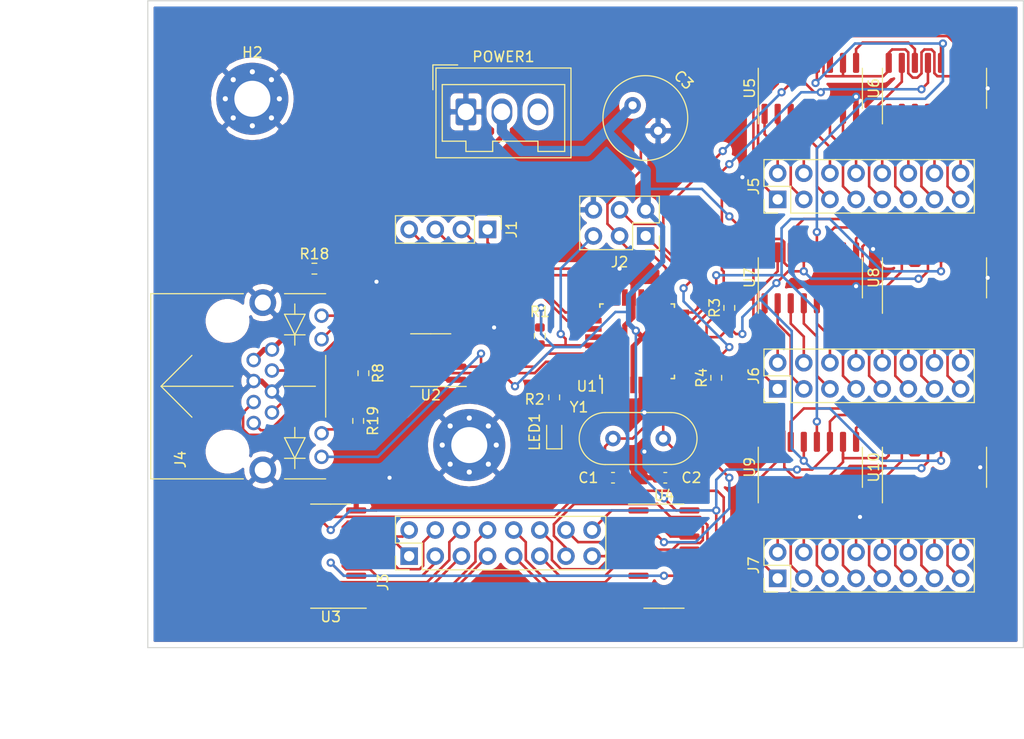
<source format=kicad_pcb>
(kicad_pcb (version 20171130) (host pcbnew "(5.1.9)-1")
  (layers (0 F.Cu signal) (31 B.Cu signal) (34 B.Paste user) (35 F.Paste user) (36 B.SilkS user) (37 F.SilkS user) (38 B.Mask user) (39 F.Mask user) (44 Edge.Cuts user))
  (net 0 "")
  (net 1 GND)
  (net 2 "Net-(C1-Pad1)")
  (net 3 "Net-(C2-Pad2)")
  (net 4 5V)
  (net 5 ~RST)
  (net 6 MOSI)
  (net 7 SCK)
  (net 8 MISO)
  (net 9 /networking/Rx)
  (net 10 LED)
  (net 11 "Net-(LED1-Pad2)")
  (net 12 "Net-(J4-Pad12)")
  (net 13 "Net-(J4-Pad10)")
  (net 14 "Net-(J5-Pad12)")
  (net 15 "Net-(J5-Pad10)")
  (net 16 "Net-(J5-Pad3)")
  (net 17 "Net-(J4-Pad6)")
  (net 18 "Net-(J4-Pad3)")
  (net 19 "Net-(J4-Pad2)")
  (net 20 "Net-(J4-Pad1)")
  (net 21 "Net-(J5-Pad2)")
  (net 22 "Net-(J5-Pad1)")
  (net 23 /networking/Tx)
  (net 24 "Net-(J5-Pad9)")
  (net 25 "Net-(J1-Pad4)")
  (net 26 "Net-(J1-Pad3)")
  (net 27 "Net-(J1-Pad2)")
  (net 28 "Net-(J1-Pad1)")
  (net 29 "Net-(J3-Pad16)")
  (net 30 "Net-(J3-Pad15)")
  (net 31 "Net-(J3-Pad14)")
  (net 32 "Net-(J3-Pad13)")
  (net 33 "Net-(J3-Pad12)")
  (net 34 "Net-(J3-Pad11)")
  (net 35 "Net-(J3-Pad10)")
  (net 36 "Net-(J3-Pad9)")
  (net 37 "Net-(J3-Pad8)")
  (net 38 "Net-(J3-Pad7)")
  (net 39 "Net-(J3-Pad6)")
  (net 40 "Net-(J3-Pad5)")
  (net 41 "Net-(J3-Pad4)")
  (net 42 "Net-(J3-Pad3)")
  (net 43 "Net-(J3-Pad2)")
  (net 44 "Net-(J3-Pad1)")
  (net 45 "Net-(J5-Pad16)")
  (net 46 "Net-(J5-Pad15)")
  (net 47 "Net-(J5-Pad14)")
  (net 48 "Net-(J5-Pad13)")
  (net 49 "Net-(J5-Pad11)")
  (net 50 "Net-(J5-Pad8)")
  (net 51 "Net-(J5-Pad7)")
  (net 52 "Net-(J5-Pad6)")
  (net 53 "Net-(J5-Pad5)")
  (net 54 "Net-(J5-Pad4)")
  (net 55 "Net-(J6-Pad16)")
  (net 56 "Net-(J6-Pad15)")
  (net 57 "Net-(J6-Pad14)")
  (net 58 "Net-(J6-Pad13)")
  (net 59 "Net-(J6-Pad12)")
  (net 60 "Net-(J6-Pad11)")
  (net 61 "Net-(J6-Pad10)")
  (net 62 "Net-(J6-Pad9)")
  (net 63 "Net-(J6-Pad8)")
  (net 64 "Net-(J6-Pad7)")
  (net 65 "Net-(J6-Pad6)")
  (net 66 "Net-(J6-Pad5)")
  (net 67 "Net-(J6-Pad4)")
  (net 68 "Net-(J6-Pad3)")
  (net 69 "Net-(J6-Pad2)")
  (net 70 "Net-(J6-Pad1)")
  (net 71 "Net-(J7-Pad16)")
  (net 72 "Net-(J7-Pad15)")
  (net 73 "Net-(J7-Pad14)")
  (net 74 "Net-(J7-Pad13)")
  (net 75 "Net-(J7-Pad12)")
  (net 76 "Net-(J7-Pad11)")
  (net 77 "Net-(J7-Pad10)")
  (net 78 "Net-(J7-Pad9)")
  (net 79 "Net-(J7-Pad8)")
  (net 80 "Net-(J7-Pad7)")
  (net 81 "Net-(J7-Pad6)")
  (net 82 "Net-(J7-Pad5)")
  (net 83 "Net-(J7-Pad4)")
  (net 84 "Net-(J7-Pad3)")
  (net 85 "Net-(J7-Pad2)")
  (net 86 "Net-(J7-Pad1)")
  (net 87 ~OE)
  (net 88 /Input/Serial_Out)
  (net 89 LATCH_OUT)
  (net 90 LATCH_IN)
  (net 91 "Net-(U3-Pad3)")
  (net 92 "Net-(U5-Pad9)")
  (net 93 "Net-(U6-Pad9)")
  (net 94 "Net-(U7-Pad9)")
  (net 95 "Net-(U8-Pad9)")
  (net 96 "Net-(U10-Pad14)")
  (module MountingHole:MountingHole_3.5mm_Pad_Via (layer F.Cu) (at 103.378 73.66)
    (fp_text reference H2 (at 0 -4.5) (layer F.SilkS))
    (fp_text value MountingHole_Pad)
    (pad 1 thru_hole circle (at 1.856155 -1.856155) (size 0.8 0.8) (drill 0.5) (layers *.Cu *.Mask) (net 1 GND))
    (pad 1 thru_hole circle (at 0 -2.625) (size 0.8 0.8) (drill 0.5) (layers *.Cu *.Mask) (net 1 GND))
    (pad 1 thru_hole circle (at -1.856155 -1.856155) (size 0.8 0.8) (drill 0.5) (layers *.Cu *.Mask) (net 1 GND))
    (pad 1 thru_hole circle (at -2.625 0) (size 0.8 0.8) (drill 0.5) (layers *.Cu *.Mask) (net 1 GND))
    (pad 1 thru_hole circle (at -1.856155 1.856155) (size 0.8 0.8) (drill 0.5) (layers *.Cu *.Mask) (net 1 GND))
    (pad 1 thru_hole circle (at 0 2.625) (size 0.8 0.8) (drill 0.5) (layers *.Cu *.Mask) (net 1 GND))
    (pad 1 thru_hole circle (at 1.856155 1.856155) (size 0.8 0.8) (drill 0.5) (layers *.Cu *.Mask) (net 1 GND))
    (pad 1 thru_hole circle (at 2.625 0) (size 0.8 0.8) (drill 0.5) (layers *.Cu *.Mask) (net 1 GND))
    (pad 1 thru_hole circle (at 0 0) (size 7 7) (drill 3.5) (layers *.Cu *.Mask) (net 1 GND))
  )
  (module Package_SO:SOIC-16_3.9x9.9mm_P1.27mm (layer F.Cu) (at 157.607 109.474 90)
    (fp_text reference U9 (at 0 -5.9 90) (layer F.SilkS))
    (fp_text value 74HC595)
    (pad 16 smd roundrect (at 2.475 -4.445 90) (size 1.95 0.6) (layers F.Cu F.Paste F.Mask) (net 4 5V))
    (pad 15 smd roundrect (at 2.475 -3.175 90) (size 1.95 0.6) (layers F.Cu F.Paste F.Mask) (net 86 "Net-(J7-Pad1)"))
    (pad 14 smd roundrect (at 2.475 -1.905 90) (size 1.95 0.6) (layers F.Cu F.Paste F.Mask) (net 95 "Net-(U8-Pad9)"))
    (pad 13 smd roundrect (at 2.475 -0.635 90) (size 1.95 0.6) (layers F.Cu F.Paste F.Mask) (net 87 ~OE))
    (pad 12 smd roundrect (at 2.475 0.635 90) (size 1.95 0.6) (layers F.Cu F.Paste F.Mask) (net 89 LATCH_OUT))
    (pad 11 smd roundrect (at 2.475 1.905 90) (size 1.95 0.6) (layers F.Cu F.Paste F.Mask) (net 7 SCK))
    (pad 10 smd roundrect (at 2.475 3.175 90) (size 1.95 0.6) (layers F.Cu F.Paste F.Mask) (net 4 5V))
    (pad 9 smd roundrect (at 2.475 4.445 90) (size 1.95 0.6) (layers F.Cu F.Paste F.Mask) (net 96 "Net-(U10-Pad14)"))
    (pad 8 smd roundrect (at -2.475 4.445 90) (size 1.95 0.6) (layers F.Cu F.Paste F.Mask) (net 1 GND))
    (pad 7 smd roundrect (at -2.475 3.175 90) (size 1.95 0.6) (layers F.Cu F.Paste F.Mask) (net 79 "Net-(J7-Pad8)"))
    (pad 6 smd roundrect (at -2.475 1.905 90) (size 1.95 0.6) (layers F.Cu F.Paste F.Mask) (net 80 "Net-(J7-Pad7)"))
    (pad 5 smd roundrect (at -2.475 0.635 90) (size 1.95 0.6) (layers F.Cu F.Paste F.Mask) (net 81 "Net-(J7-Pad6)"))
    (pad 4 smd roundrect (at -2.475 -0.635 90) (size 1.95 0.6) (layers F.Cu F.Paste F.Mask) (net 82 "Net-(J7-Pad5)"))
    (pad 3 smd roundrect (at -2.475 -1.905 90) (size 1.95 0.6) (layers F.Cu F.Paste F.Mask) (net 83 "Net-(J7-Pad4)"))
    (pad 2 smd roundrect (at -2.475 -3.175 90) (size 1.95 0.6) (layers F.Cu F.Paste F.Mask) (net 84 "Net-(J7-Pad3)"))
    (pad 1 smd roundrect (at -2.475 -4.445 90) (size 1.95 0.6) (layers F.Cu F.Paste F.Mask) (net 85 "Net-(J7-Pad2)"))
  )
  (module Package_SO:SOIC-16_3.9x9.9mm_P1.27mm (layer F.Cu) (at 169.672 91.059 90)
    (fp_text reference U8 (at 0 -5.9 90) (layer F.SilkS))
    (fp_text value 74HC595)
    (pad 16 smd roundrect (at 2.475 -4.445 90) (size 1.95 0.6) (layers F.Cu F.Paste F.Mask) (net 4 5V))
    (pad 15 smd roundrect (at 2.475 -3.175 90) (size 1.95 0.6) (layers F.Cu F.Paste F.Mask) (net 62 "Net-(J6-Pad9)"))
    (pad 14 smd roundrect (at 2.475 -1.905 90) (size 1.95 0.6) (layers F.Cu F.Paste F.Mask) (net 94 "Net-(U7-Pad9)"))
    (pad 13 smd roundrect (at 2.475 -0.635 90) (size 1.95 0.6) (layers F.Cu F.Paste F.Mask) (net 87 ~OE))
    (pad 12 smd roundrect (at 2.475 0.635 90) (size 1.95 0.6) (layers F.Cu F.Paste F.Mask) (net 89 LATCH_OUT))
    (pad 11 smd roundrect (at 2.475 1.905 90) (size 1.95 0.6) (layers F.Cu F.Paste F.Mask) (net 7 SCK))
    (pad 10 smd roundrect (at 2.475 3.175 90) (size 1.95 0.6) (layers F.Cu F.Paste F.Mask) (net 4 5V))
    (pad 9 smd roundrect (at 2.475 4.445 90) (size 1.95 0.6) (layers F.Cu F.Paste F.Mask) (net 95 "Net-(U8-Pad9)"))
    (pad 8 smd roundrect (at -2.475 4.445 90) (size 1.95 0.6) (layers F.Cu F.Paste F.Mask) (net 1 GND))
    (pad 7 smd roundrect (at -2.475 3.175 90) (size 1.95 0.6) (layers F.Cu F.Paste F.Mask) (net 55 "Net-(J6-Pad16)"))
    (pad 6 smd roundrect (at -2.475 1.905 90) (size 1.95 0.6) (layers F.Cu F.Paste F.Mask) (net 56 "Net-(J6-Pad15)"))
    (pad 5 smd roundrect (at -2.475 0.635 90) (size 1.95 0.6) (layers F.Cu F.Paste F.Mask) (net 57 "Net-(J6-Pad14)"))
    (pad 4 smd roundrect (at -2.475 -0.635 90) (size 1.95 0.6) (layers F.Cu F.Paste F.Mask) (net 58 "Net-(J6-Pad13)"))
    (pad 3 smd roundrect (at -2.475 -1.905 90) (size 1.95 0.6) (layers F.Cu F.Paste F.Mask) (net 59 "Net-(J6-Pad12)"))
    (pad 2 smd roundrect (at -2.475 -3.175 90) (size 1.95 0.6) (layers F.Cu F.Paste F.Mask) (net 60 "Net-(J6-Pad11)"))
    (pad 1 smd roundrect (at -2.475 -4.445 90) (size 1.95 0.6) (layers F.Cu F.Paste F.Mask) (net 61 "Net-(J6-Pad10)"))
  )
  (module Connector_PinHeader_2.54mm:PinHeader_2x08_P2.54mm_Vertical (layer F.Cu) (at 118.618 118.11 90)
    (fp_text reference J3 (at -2.54 -2.54 90) (layer F.SilkS))
    (fp_text value Conn_02x08_Odd_Even)
    (pad 16 thru_hole oval (at 2.54 17.78 90) (size 1.7 1.7) (drill 1) (layers *.Cu *.Mask) (net 29 "Net-(J3-Pad16)"))
    (pad 15 thru_hole oval (at 0 17.78 90) (size 1.7 1.7) (drill 1) (layers *.Cu *.Mask) (net 30 "Net-(J3-Pad15)"))
    (pad 14 thru_hole oval (at 2.54 15.24 90) (size 1.7 1.7) (drill 1) (layers *.Cu *.Mask) (net 31 "Net-(J3-Pad14)"))
    (pad 13 thru_hole oval (at 0 15.24 90) (size 1.7 1.7) (drill 1) (layers *.Cu *.Mask) (net 32 "Net-(J3-Pad13)"))
    (pad 12 thru_hole oval (at 2.54 12.7 90) (size 1.7 1.7) (drill 1) (layers *.Cu *.Mask) (net 33 "Net-(J3-Pad12)"))
    (pad 11 thru_hole oval (at 0 12.7 90) (size 1.7 1.7) (drill 1) (layers *.Cu *.Mask) (net 34 "Net-(J3-Pad11)"))
    (pad 10 thru_hole oval (at 2.54 10.16 90) (size 1.7 1.7) (drill 1) (layers *.Cu *.Mask) (net 35 "Net-(J3-Pad10)"))
    (pad 9 thru_hole oval (at 0 10.16 90) (size 1.7 1.7) (drill 1) (layers *.Cu *.Mask) (net 36 "Net-(J3-Pad9)"))
    (pad 8 thru_hole oval (at 2.54 7.62 90) (size 1.7 1.7) (drill 1) (layers *.Cu *.Mask) (net 37 "Net-(J3-Pad8)"))
    (pad 7 thru_hole oval (at 0 7.62 90) (size 1.7 1.7) (drill 1) (layers *.Cu *.Mask) (net 38 "Net-(J3-Pad7)"))
    (pad 6 thru_hole oval (at 2.54 5.08 90) (size 1.7 1.7) (drill 1) (layers *.Cu *.Mask) (net 39 "Net-(J3-Pad6)"))
    (pad 5 thru_hole oval (at 0 5.08 90) (size 1.7 1.7) (drill 1) (layers *.Cu *.Mask) (net 40 "Net-(J3-Pad5)"))
    (pad 4 thru_hole oval (at 2.54 2.54 90) (size 1.7 1.7) (drill 1) (layers *.Cu *.Mask) (net 41 "Net-(J3-Pad4)"))
    (pad 3 thru_hole oval (at 0 2.54 90) (size 1.7 1.7) (drill 1) (layers *.Cu *.Mask) (net 42 "Net-(J3-Pad3)"))
    (pad 2 thru_hole oval (at 2.54 0 90) (size 1.7 1.7) (drill 1) (layers *.Cu *.Mask) (net 43 "Net-(J3-Pad2)"))
    (pad 1 thru_hole rect (at 0 0 90) (size 1.7 1.7) (drill 1) (layers *.Cu *.Mask) (net 44 "Net-(J3-Pad1)"))
  )
  (module Package_SO:SOIC-16_3.9x9.9mm_P1.27mm (layer F.Cu) (at 110.998 118.11 180)
    (fp_text reference U3 (at 0 -5.9) (layer F.SilkS))
    (fp_text value 4021)
    (pad 16 smd roundrect (at 2.475 -4.445 180) (size 1.95 0.6) (layers F.Cu F.Paste F.Mask) (net 4 5V))
    (pad 15 smd roundrect (at 2.475 -3.175 180) (size 1.95 0.6) (layers F.Cu F.Paste F.Mask) (net 38 "Net-(J3-Pad7)"))
    (pad 14 smd roundrect (at 2.475 -1.905 180) (size 1.95 0.6) (layers F.Cu F.Paste F.Mask) (net 39 "Net-(J3-Pad6)"))
    (pad 13 smd roundrect (at 2.475 -0.635 180) (size 1.95 0.6) (layers F.Cu F.Paste F.Mask) (net 40 "Net-(J3-Pad5)"))
    (pad 12 smd roundrect (at 2.475 0.635 180) (size 1.95 0.6) (layers F.Cu F.Paste F.Mask))
    (pad 11 smd roundrect (at 2.475 1.905 180) (size 1.95 0.6) (layers F.Cu F.Paste F.Mask))
    (pad 10 smd roundrect (at 2.475 3.175 180) (size 1.95 0.6) (layers F.Cu F.Paste F.Mask) (net 7 SCK))
    (pad 9 smd roundrect (at 2.475 4.445 180) (size 1.95 0.6) (layers F.Cu F.Paste F.Mask) (net 90 LATCH_IN))
    (pad 8 smd roundrect (at -2.475 4.445 180) (size 1.95 0.6) (layers F.Cu F.Paste F.Mask) (net 1 GND))
    (pad 7 smd roundrect (at -2.475 3.175 180) (size 1.95 0.6) (layers F.Cu F.Paste F.Mask) (net 44 "Net-(J3-Pad1)"))
    (pad 6 smd roundrect (at -2.475 1.905 180) (size 1.95 0.6) (layers F.Cu F.Paste F.Mask) (net 43 "Net-(J3-Pad2)"))
    (pad 5 smd roundrect (at -2.475 0.635 180) (size 1.95 0.6) (layers F.Cu F.Paste F.Mask) (net 42 "Net-(J3-Pad3)"))
    (pad 4 smd roundrect (at -2.475 -0.635 180) (size 1.95 0.6) (layers F.Cu F.Paste F.Mask) (net 41 "Net-(J3-Pad4)"))
    (pad 3 smd roundrect (at -2.475 -1.905 180) (size 1.95 0.6) (layers F.Cu F.Paste F.Mask) (net 91 "Net-(U3-Pad3)"))
    (pad 2 smd roundrect (at -2.475 -3.175 180) (size 1.95 0.6) (layers F.Cu F.Paste F.Mask))
    (pad 1 smd roundrect (at -2.475 -4.445 180) (size 1.95 0.6) (layers F.Cu F.Paste F.Mask) (net 37 "Net-(J3-Pad8)"))
  )
  (module Package_SO:SOIC-16_3.9x9.9mm_P1.27mm (layer F.Cu) (at 169.672 109.474 90)
    (fp_text reference U10 (at 0 -5.9 90) (layer F.SilkS))
    (fp_text value 74HC595)
    (pad 16 smd roundrect (at 2.475 -4.445 90) (size 1.95 0.6) (layers F.Cu F.Paste F.Mask) (net 4 5V))
    (pad 15 smd roundrect (at 2.475 -3.175 90) (size 1.95 0.6) (layers F.Cu F.Paste F.Mask) (net 78 "Net-(J7-Pad9)"))
    (pad 14 smd roundrect (at 2.475 -1.905 90) (size 1.95 0.6) (layers F.Cu F.Paste F.Mask) (net 96 "Net-(U10-Pad14)"))
    (pad 13 smd roundrect (at 2.475 -0.635 90) (size 1.95 0.6) (layers F.Cu F.Paste F.Mask) (net 87 ~OE))
    (pad 12 smd roundrect (at 2.475 0.635 90) (size 1.95 0.6) (layers F.Cu F.Paste F.Mask) (net 89 LATCH_OUT))
    (pad 11 smd roundrect (at 2.475 1.905 90) (size 1.95 0.6) (layers F.Cu F.Paste F.Mask) (net 7 SCK))
    (pad 10 smd roundrect (at 2.475 3.175 90) (size 1.95 0.6) (layers F.Cu F.Paste F.Mask) (net 4 5V))
    (pad 9 smd roundrect (at 2.475 4.445 90) (size 1.95 0.6) (layers F.Cu F.Paste F.Mask))
    (pad 8 smd roundrect (at -2.475 4.445 90) (size 1.95 0.6) (layers F.Cu F.Paste F.Mask) (net 1 GND))
    (pad 7 smd roundrect (at -2.475 3.175 90) (size 1.95 0.6) (layers F.Cu F.Paste F.Mask) (net 71 "Net-(J7-Pad16)"))
    (pad 6 smd roundrect (at -2.475 1.905 90) (size 1.95 0.6) (layers F.Cu F.Paste F.Mask) (net 72 "Net-(J7-Pad15)"))
    (pad 5 smd roundrect (at -2.475 0.635 90) (size 1.95 0.6) (layers F.Cu F.Paste F.Mask) (net 73 "Net-(J7-Pad14)"))
    (pad 4 smd roundrect (at -2.475 -0.635 90) (size 1.95 0.6) (layers F.Cu F.Paste F.Mask) (net 74 "Net-(J7-Pad13)"))
    (pad 3 smd roundrect (at -2.475 -1.905 90) (size 1.95 0.6) (layers F.Cu F.Paste F.Mask) (net 75 "Net-(J7-Pad12)"))
    (pad 2 smd roundrect (at -2.475 -3.175 90) (size 1.95 0.6) (layers F.Cu F.Paste F.Mask) (net 76 "Net-(J7-Pad11)"))
    (pad 1 smd roundrect (at -2.475 -4.445 90) (size 1.95 0.6) (layers F.Cu F.Paste F.Mask) (net 77 "Net-(J7-Pad10)"))
  )
  (module Package_SO:SOIC-16_3.9x9.9mm_P1.27mm (layer F.Cu) (at 157.607 91.059 90)
    (fp_text reference U7 (at 0 -5.9 90) (layer F.SilkS))
    (fp_text value 74HC595)
    (pad 16 smd roundrect (at 2.475 -4.445 90) (size 1.95 0.6) (layers F.Cu F.Paste F.Mask) (net 4 5V))
    (pad 15 smd roundrect (at 2.475 -3.175 90) (size 1.95 0.6) (layers F.Cu F.Paste F.Mask) (net 70 "Net-(J6-Pad1)"))
    (pad 14 smd roundrect (at 2.475 -1.905 90) (size 1.95 0.6) (layers F.Cu F.Paste F.Mask) (net 93 "Net-(U6-Pad9)"))
    (pad 13 smd roundrect (at 2.475 -0.635 90) (size 1.95 0.6) (layers F.Cu F.Paste F.Mask) (net 87 ~OE))
    (pad 12 smd roundrect (at 2.475 0.635 90) (size 1.95 0.6) (layers F.Cu F.Paste F.Mask) (net 89 LATCH_OUT))
    (pad 11 smd roundrect (at 2.475 1.905 90) (size 1.95 0.6) (layers F.Cu F.Paste F.Mask) (net 7 SCK))
    (pad 10 smd roundrect (at 2.475 3.175 90) (size 1.95 0.6) (layers F.Cu F.Paste F.Mask) (net 4 5V))
    (pad 9 smd roundrect (at 2.475 4.445 90) (size 1.95 0.6) (layers F.Cu F.Paste F.Mask) (net 94 "Net-(U7-Pad9)"))
    (pad 8 smd roundrect (at -2.475 4.445 90) (size 1.95 0.6) (layers F.Cu F.Paste F.Mask) (net 1 GND))
    (pad 7 smd roundrect (at -2.475 3.175 90) (size 1.95 0.6) (layers F.Cu F.Paste F.Mask) (net 63 "Net-(J6-Pad8)"))
    (pad 6 smd roundrect (at -2.475 1.905 90) (size 1.95 0.6) (layers F.Cu F.Paste F.Mask) (net 64 "Net-(J6-Pad7)"))
    (pad 5 smd roundrect (at -2.475 0.635 90) (size 1.95 0.6) (layers F.Cu F.Paste F.Mask) (net 65 "Net-(J6-Pad6)"))
    (pad 4 smd roundrect (at -2.475 -0.635 90) (size 1.95 0.6) (layers F.Cu F.Paste F.Mask) (net 66 "Net-(J6-Pad5)"))
    (pad 3 smd roundrect (at -2.475 -1.905 90) (size 1.95 0.6) (layers F.Cu F.Paste F.Mask) (net 67 "Net-(J6-Pad4)"))
    (pad 2 smd roundrect (at -2.475 -3.175 90) (size 1.95 0.6) (layers F.Cu F.Paste F.Mask) (net 68 "Net-(J6-Pad3)"))
    (pad 1 smd roundrect (at -2.475 -4.445 90) (size 1.95 0.6) (layers F.Cu F.Paste F.Mask) (net 69 "Net-(J6-Pad2)"))
  )
  (module Package_SO:SOIC-16_3.9x9.9mm_P1.27mm (layer F.Cu) (at 169.672 72.644 90)
    (fp_text reference U6 (at 0 -5.9 90) (layer F.SilkS))
    (fp_text value 74HC595)
    (pad 16 smd roundrect (at 2.475 -4.445 90) (size 1.95 0.6) (layers F.Cu F.Paste F.Mask) (net 4 5V))
    (pad 15 smd roundrect (at 2.475 -3.175 90) (size 1.95 0.6) (layers F.Cu F.Paste F.Mask) (net 24 "Net-(J5-Pad9)"))
    (pad 14 smd roundrect (at 2.475 -1.905 90) (size 1.95 0.6) (layers F.Cu F.Paste F.Mask) (net 92 "Net-(U5-Pad9)"))
    (pad 13 smd roundrect (at 2.475 -0.635 90) (size 1.95 0.6) (layers F.Cu F.Paste F.Mask) (net 87 ~OE))
    (pad 12 smd roundrect (at 2.475 0.635 90) (size 1.95 0.6) (layers F.Cu F.Paste F.Mask) (net 89 LATCH_OUT))
    (pad 11 smd roundrect (at 2.475 1.905 90) (size 1.95 0.6) (layers F.Cu F.Paste F.Mask) (net 7 SCK))
    (pad 10 smd roundrect (at 2.475 3.175 90) (size 1.95 0.6) (layers F.Cu F.Paste F.Mask) (net 4 5V))
    (pad 9 smd roundrect (at 2.475 4.445 90) (size 1.95 0.6) (layers F.Cu F.Paste F.Mask) (net 93 "Net-(U6-Pad9)"))
    (pad 8 smd roundrect (at -2.475 4.445 90) (size 1.95 0.6) (layers F.Cu F.Paste F.Mask) (net 1 GND))
    (pad 7 smd roundrect (at -2.475 3.175 90) (size 1.95 0.6) (layers F.Cu F.Paste F.Mask) (net 45 "Net-(J5-Pad16)"))
    (pad 6 smd roundrect (at -2.475 1.905 90) (size 1.95 0.6) (layers F.Cu F.Paste F.Mask) (net 46 "Net-(J5-Pad15)"))
    (pad 5 smd roundrect (at -2.475 0.635 90) (size 1.95 0.6) (layers F.Cu F.Paste F.Mask) (net 47 "Net-(J5-Pad14)"))
    (pad 4 smd roundrect (at -2.475 -0.635 90) (size 1.95 0.6) (layers F.Cu F.Paste F.Mask) (net 48 "Net-(J5-Pad13)"))
    (pad 3 smd roundrect (at -2.475 -1.905 90) (size 1.95 0.6) (layers F.Cu F.Paste F.Mask) (net 14 "Net-(J5-Pad12)"))
    (pad 2 smd roundrect (at -2.475 -3.175 90) (size 1.95 0.6) (layers F.Cu F.Paste F.Mask) (net 49 "Net-(J5-Pad11)"))
    (pad 1 smd roundrect (at -2.475 -4.445 90) (size 1.95 0.6) (layers F.Cu F.Paste F.Mask) (net 15 "Net-(J5-Pad10)"))
  )
  (module Package_SO:SOIC-16_3.9x9.9mm_P1.27mm (layer F.Cu) (at 157.607 72.644 90)
    (fp_text reference U5 (at 0 -5.9 90) (layer F.SilkS))
    (fp_text value 74HC595)
    (pad 16 smd roundrect (at 2.475 -4.445 90) (size 1.95 0.6) (layers F.Cu F.Paste F.Mask) (net 4 5V))
    (pad 15 smd roundrect (at 2.475 -3.175 90) (size 1.95 0.6) (layers F.Cu F.Paste F.Mask) (net 22 "Net-(J5-Pad1)"))
    (pad 14 smd roundrect (at 2.475 -1.905 90) (size 1.95 0.6) (layers F.Cu F.Paste F.Mask) (net 6 MOSI))
    (pad 13 smd roundrect (at 2.475 -0.635 90) (size 1.95 0.6) (layers F.Cu F.Paste F.Mask) (net 87 ~OE))
    (pad 12 smd roundrect (at 2.475 0.635 90) (size 1.95 0.6) (layers F.Cu F.Paste F.Mask) (net 89 LATCH_OUT))
    (pad 11 smd roundrect (at 2.475 1.905 90) (size 1.95 0.6) (layers F.Cu F.Paste F.Mask) (net 7 SCK))
    (pad 10 smd roundrect (at 2.475 3.175 90) (size 1.95 0.6) (layers F.Cu F.Paste F.Mask) (net 4 5V))
    (pad 9 smd roundrect (at 2.475 4.445 90) (size 1.95 0.6) (layers F.Cu F.Paste F.Mask) (net 92 "Net-(U5-Pad9)"))
    (pad 8 smd roundrect (at -2.475 4.445 90) (size 1.95 0.6) (layers F.Cu F.Paste F.Mask) (net 1 GND))
    (pad 7 smd roundrect (at -2.475 3.175 90) (size 1.95 0.6) (layers F.Cu F.Paste F.Mask) (net 50 "Net-(J5-Pad8)"))
    (pad 6 smd roundrect (at -2.475 1.905 90) (size 1.95 0.6) (layers F.Cu F.Paste F.Mask) (net 51 "Net-(J5-Pad7)"))
    (pad 5 smd roundrect (at -2.475 0.635 90) (size 1.95 0.6) (layers F.Cu F.Paste F.Mask) (net 52 "Net-(J5-Pad6)"))
    (pad 4 smd roundrect (at -2.475 -0.635 90) (size 1.95 0.6) (layers F.Cu F.Paste F.Mask) (net 53 "Net-(J5-Pad5)"))
    (pad 3 smd roundrect (at -2.475 -1.905 90) (size 1.95 0.6) (layers F.Cu F.Paste F.Mask) (net 54 "Net-(J5-Pad4)"))
    (pad 2 smd roundrect (at -2.475 -3.175 90) (size 1.95 0.6) (layers F.Cu F.Paste F.Mask) (net 16 "Net-(J5-Pad3)"))
    (pad 1 smd roundrect (at -2.475 -4.445 90) (size 1.95 0.6) (layers F.Cu F.Paste F.Mask) (net 21 "Net-(J5-Pad2)"))
  )
  (module Package_SO:SOIC-16_3.9x9.9mm_P1.27mm (layer F.Cu) (at 143.383 118.11)
    (fp_text reference U4 (at 0 -5.9) (layer F.SilkS))
    (fp_text value 4021)
    (pad 16 smd roundrect (at 2.475 -4.445) (size 1.95 0.6) (layers F.Cu F.Paste F.Mask) (net 4 5V))
    (pad 15 smd roundrect (at 2.475 -3.175) (size 1.95 0.6) (layers F.Cu F.Paste F.Mask) (net 30 "Net-(J3-Pad15)"))
    (pad 14 smd roundrect (at 2.475 -1.905) (size 1.95 0.6) (layers F.Cu F.Paste F.Mask) (net 31 "Net-(J3-Pad14)"))
    (pad 13 smd roundrect (at 2.475 -0.635) (size 1.95 0.6) (layers F.Cu F.Paste F.Mask) (net 32 "Net-(J3-Pad13)"))
    (pad 12 smd roundrect (at 2.475 0.635) (size 1.95 0.6) (layers F.Cu F.Paste F.Mask))
    (pad 11 smd roundrect (at 2.475 1.905) (size 1.95 0.6) (layers F.Cu F.Paste F.Mask) (net 91 "Net-(U3-Pad3)"))
    (pad 10 smd roundrect (at 2.475 3.175) (size 1.95 0.6) (layers F.Cu F.Paste F.Mask) (net 7 SCK))
    (pad 9 smd roundrect (at 2.475 4.445) (size 1.95 0.6) (layers F.Cu F.Paste F.Mask) (net 90 LATCH_IN))
    (pad 8 smd roundrect (at -2.475 4.445) (size 1.95 0.6) (layers F.Cu F.Paste F.Mask) (net 1 GND))
    (pad 7 smd roundrect (at -2.475 3.175) (size 1.95 0.6) (layers F.Cu F.Paste F.Mask) (net 36 "Net-(J3-Pad9)"))
    (pad 6 smd roundrect (at -2.475 1.905) (size 1.95 0.6) (layers F.Cu F.Paste F.Mask) (net 35 "Net-(J3-Pad10)"))
    (pad 5 smd roundrect (at -2.475 0.635) (size 1.95 0.6) (layers F.Cu F.Paste F.Mask) (net 34 "Net-(J3-Pad11)"))
    (pad 4 smd roundrect (at -2.475 -0.635) (size 1.95 0.6) (layers F.Cu F.Paste F.Mask) (net 33 "Net-(J3-Pad12)"))
    (pad 3 smd roundrect (at -2.475 -1.905) (size 1.95 0.6) (layers F.Cu F.Paste F.Mask) (net 88 /Input/Serial_Out))
    (pad 2 smd roundrect (at -2.475 -3.175) (size 1.95 0.6) (layers F.Cu F.Paste F.Mask))
    (pad 1 smd roundrect (at -2.475 -4.445) (size 1.95 0.6) (layers F.Cu F.Paste F.Mask) (net 29 "Net-(J3-Pad16)"))
  )
  (module Resistor_SMD:R_0603_1608Metric (layer F.Cu) (at 148.463 100.775 90)
    (fp_text reference R4 (at 0 -1.43 90) (layer F.SilkS))
    (fp_text value 1k)
    (pad 2 smd roundrect (at 0.825 0 90) (size 0.8 0.95) (layers F.Cu F.Paste F.Mask) (net 8 MISO))
    (pad 1 smd roundrect (at -0.825 0 90) (size 0.8 0.95) (layers F.Cu F.Paste F.Mask) (net 88 /Input/Serial_Out))
  )
  (module Resistor_SMD:R_0603_1608Metric (layer F.Cu) (at 149.733 93.98 90)
    (fp_text reference R3 (at 0 -1.43 90) (layer F.SilkS))
    (fp_text value 10k)
    (pad 2 smd roundrect (at 0.825 0 90) (size 0.8 0.95) (layers F.Cu F.Paste F.Mask) (net 4 5V))
    (pad 1 smd roundrect (at -0.825 0 90) (size 0.8 0.95) (layers F.Cu F.Paste F.Mask) (net 87 ~OE))
  )
  (module Connector_PinHeader_2.54mm:PinHeader_2x08_P2.54mm_Vertical (layer F.Cu) (at 154.432 120.269 90)
    (fp_text reference J7 (at 1.27 -2.33 90) (layer F.SilkS))
    (fp_text value Conn_02x08_Odd_Even)
    (pad 16 thru_hole oval (at 2.54 17.78 90) (size 1.7 1.7) (drill 1) (layers *.Cu *.Mask) (net 71 "Net-(J7-Pad16)"))
    (pad 15 thru_hole oval (at 0 17.78 90) (size 1.7 1.7) (drill 1) (layers *.Cu *.Mask) (net 72 "Net-(J7-Pad15)"))
    (pad 14 thru_hole oval (at 2.54 15.24 90) (size 1.7 1.7) (drill 1) (layers *.Cu *.Mask) (net 73 "Net-(J7-Pad14)"))
    (pad 13 thru_hole oval (at 0 15.24 90) (size 1.7 1.7) (drill 1) (layers *.Cu *.Mask) (net 74 "Net-(J7-Pad13)"))
    (pad 12 thru_hole oval (at 2.54 12.7 90) (size 1.7 1.7) (drill 1) (layers *.Cu *.Mask) (net 75 "Net-(J7-Pad12)"))
    (pad 11 thru_hole oval (at 0 12.7 90) (size 1.7 1.7) (drill 1) (layers *.Cu *.Mask) (net 76 "Net-(J7-Pad11)"))
    (pad 10 thru_hole oval (at 2.54 10.16 90) (size 1.7 1.7) (drill 1) (layers *.Cu *.Mask) (net 77 "Net-(J7-Pad10)"))
    (pad 9 thru_hole oval (at 0 10.16 90) (size 1.7 1.7) (drill 1) (layers *.Cu *.Mask) (net 78 "Net-(J7-Pad9)"))
    (pad 8 thru_hole oval (at 2.54 7.62 90) (size 1.7 1.7) (drill 1) (layers *.Cu *.Mask) (net 79 "Net-(J7-Pad8)"))
    (pad 7 thru_hole oval (at 0 7.62 90) (size 1.7 1.7) (drill 1) (layers *.Cu *.Mask) (net 80 "Net-(J7-Pad7)"))
    (pad 6 thru_hole oval (at 2.54 5.08 90) (size 1.7 1.7) (drill 1) (layers *.Cu *.Mask) (net 81 "Net-(J7-Pad6)"))
    (pad 5 thru_hole oval (at 0 5.08 90) (size 1.7 1.7) (drill 1) (layers *.Cu *.Mask) (net 82 "Net-(J7-Pad5)"))
    (pad 4 thru_hole oval (at 2.54 2.54 90) (size 1.7 1.7) (drill 1) (layers *.Cu *.Mask) (net 83 "Net-(J7-Pad4)"))
    (pad 3 thru_hole oval (at 0 2.54 90) (size 1.7 1.7) (drill 1) (layers *.Cu *.Mask) (net 84 "Net-(J7-Pad3)"))
    (pad 2 thru_hole oval (at 2.54 0 90) (size 1.7 1.7) (drill 1) (layers *.Cu *.Mask) (net 85 "Net-(J7-Pad2)"))
    (pad 1 thru_hole rect (at 0 0 90) (size 1.7 1.7) (drill 1) (layers *.Cu *.Mask) (net 86 "Net-(J7-Pad1)"))
  )
  (module Connector_PinHeader_2.54mm:PinHeader_2x08_P2.54mm_Vertical (layer F.Cu) (at 154.432 101.854 90)
    (fp_text reference J6 (at 1.27 -2.33 90) (layer F.SilkS))
    (fp_text value Conn_02x08_Odd_Even)
    (pad 16 thru_hole oval (at 2.54 17.78 90) (size 1.7 1.7) (drill 1) (layers *.Cu *.Mask) (net 55 "Net-(J6-Pad16)"))
    (pad 15 thru_hole oval (at 0 17.78 90) (size 1.7 1.7) (drill 1) (layers *.Cu *.Mask) (net 56 "Net-(J6-Pad15)"))
    (pad 14 thru_hole oval (at 2.54 15.24 90) (size 1.7 1.7) (drill 1) (layers *.Cu *.Mask) (net 57 "Net-(J6-Pad14)"))
    (pad 13 thru_hole oval (at 0 15.24 90) (size 1.7 1.7) (drill 1) (layers *.Cu *.Mask) (net 58 "Net-(J6-Pad13)"))
    (pad 12 thru_hole oval (at 2.54 12.7 90) (size 1.7 1.7) (drill 1) (layers *.Cu *.Mask) (net 59 "Net-(J6-Pad12)"))
    (pad 11 thru_hole oval (at 0 12.7 90) (size 1.7 1.7) (drill 1) (layers *.Cu *.Mask) (net 60 "Net-(J6-Pad11)"))
    (pad 10 thru_hole oval (at 2.54 10.16 90) (size 1.7 1.7) (drill 1) (layers *.Cu *.Mask) (net 61 "Net-(J6-Pad10)"))
    (pad 9 thru_hole oval (at 0 10.16 90) (size 1.7 1.7) (drill 1) (layers *.Cu *.Mask) (net 62 "Net-(J6-Pad9)"))
    (pad 8 thru_hole oval (at 2.54 7.62 90) (size 1.7 1.7) (drill 1) (layers *.Cu *.Mask) (net 63 "Net-(J6-Pad8)"))
    (pad 7 thru_hole oval (at 0 7.62 90) (size 1.7 1.7) (drill 1) (layers *.Cu *.Mask) (net 64 "Net-(J6-Pad7)"))
    (pad 6 thru_hole oval (at 2.54 5.08 90) (size 1.7 1.7) (drill 1) (layers *.Cu *.Mask) (net 65 "Net-(J6-Pad6)"))
    (pad 5 thru_hole oval (at 0 5.08 90) (size 1.7 1.7) (drill 1) (layers *.Cu *.Mask) (net 66 "Net-(J6-Pad5)"))
    (pad 4 thru_hole oval (at 2.54 2.54 90) (size 1.7 1.7) (drill 1) (layers *.Cu *.Mask) (net 67 "Net-(J6-Pad4)"))
    (pad 3 thru_hole oval (at 0 2.54 90) (size 1.7 1.7) (drill 1) (layers *.Cu *.Mask) (net 68 "Net-(J6-Pad3)"))
    (pad 2 thru_hole oval (at 2.54 0 90) (size 1.7 1.7) (drill 1) (layers *.Cu *.Mask) (net 69 "Net-(J6-Pad2)"))
    (pad 1 thru_hole rect (at 0 0 90) (size 1.7 1.7) (drill 1) (layers *.Cu *.Mask) (net 70 "Net-(J6-Pad1)"))
  )
  (module Connector_PinHeader_2.54mm:PinHeader_2x08_P2.54mm_Vertical (layer F.Cu) (at 154.432 83.439 90)
    (fp_text reference J5 (at 1.27 -2.33 90) (layer F.SilkS))
    (fp_text value Conn_02x08_Odd_Even)
    (pad 16 thru_hole oval (at 2.54 17.78 90) (size 1.7 1.7) (drill 1) (layers *.Cu *.Mask) (net 45 "Net-(J5-Pad16)"))
    (pad 15 thru_hole oval (at 0 17.78 90) (size 1.7 1.7) (drill 1) (layers *.Cu *.Mask) (net 46 "Net-(J5-Pad15)"))
    (pad 14 thru_hole oval (at 2.54 15.24 90) (size 1.7 1.7) (drill 1) (layers *.Cu *.Mask) (net 47 "Net-(J5-Pad14)"))
    (pad 13 thru_hole oval (at 0 15.24 90) (size 1.7 1.7) (drill 1) (layers *.Cu *.Mask) (net 48 "Net-(J5-Pad13)"))
    (pad 12 thru_hole oval (at 2.54 12.7 90) (size 1.7 1.7) (drill 1) (layers *.Cu *.Mask) (net 14 "Net-(J5-Pad12)"))
    (pad 11 thru_hole oval (at 0 12.7 90) (size 1.7 1.7) (drill 1) (layers *.Cu *.Mask) (net 49 "Net-(J5-Pad11)"))
    (pad 10 thru_hole oval (at 2.54 10.16 90) (size 1.7 1.7) (drill 1) (layers *.Cu *.Mask) (net 15 "Net-(J5-Pad10)"))
    (pad 9 thru_hole oval (at 0 10.16 90) (size 1.7 1.7) (drill 1) (layers *.Cu *.Mask) (net 24 "Net-(J5-Pad9)"))
    (pad 8 thru_hole oval (at 2.54 7.62 90) (size 1.7 1.7) (drill 1) (layers *.Cu *.Mask) (net 50 "Net-(J5-Pad8)"))
    (pad 7 thru_hole oval (at 0 7.62 90) (size 1.7 1.7) (drill 1) (layers *.Cu *.Mask) (net 51 "Net-(J5-Pad7)"))
    (pad 6 thru_hole oval (at 2.54 5.08 90) (size 1.7 1.7) (drill 1) (layers *.Cu *.Mask) (net 52 "Net-(J5-Pad6)"))
    (pad 5 thru_hole oval (at 0 5.08 90) (size 1.7 1.7) (drill 1) (layers *.Cu *.Mask) (net 53 "Net-(J5-Pad5)"))
    (pad 4 thru_hole oval (at 2.54 2.54 90) (size 1.7 1.7) (drill 1) (layers *.Cu *.Mask) (net 54 "Net-(J5-Pad4)"))
    (pad 3 thru_hole oval (at 0 2.54 90) (size 1.7 1.7) (drill 1) (layers *.Cu *.Mask) (net 16 "Net-(J5-Pad3)"))
    (pad 2 thru_hole oval (at 2.54 0 90) (size 1.7 1.7) (drill 1) (layers *.Cu *.Mask) (net 21 "Net-(J5-Pad2)"))
    (pad 1 thru_hole rect (at 0 0 90) (size 1.7 1.7) (drill 1) (layers *.Cu *.Mask) (net 22 "Net-(J5-Pad1)"))
  )
  (module Connector_PinHeader_2.54mm:PinHeader_1x04_P2.54mm_Vertical (layer F.Cu) (at 126.238 86.36 270)
    (fp_text reference J1 (at 0 -2.33 90) (layer F.SilkS))
    (fp_text value Conn_01x04)
    (pad 4 thru_hole oval (at 0 7.62 270) (size 1.7 1.7) (drill 1) (layers *.Cu *.Mask) (net 25 "Net-(J1-Pad4)"))
    (pad 3 thru_hole oval (at 0 5.08 270) (size 1.7 1.7) (drill 1) (layers *.Cu *.Mask) (net 26 "Net-(J1-Pad3)"))
    (pad 2 thru_hole oval (at 0 2.54 270) (size 1.7 1.7) (drill 1) (layers *.Cu *.Mask) (net 27 "Net-(J1-Pad2)"))
    (pad 1 thru_hole rect (at 0 0 270) (size 1.7 1.7) (drill 1) (layers *.Cu *.Mask) (net 28 "Net-(J1-Pad1)"))
  )
  (module Package_SO:SOIC-8_3.9x4.9mm_P1.27mm (layer F.Cu) (at 120.715 99.06 180)
    (fp_text reference U2 (at 0 -3.4) (layer F.SilkS))
    (fp_text value MAX488E)
    (pad 8 smd roundrect (at 2.475 -1.905 180) (size 1.95 0.6) (layers F.Cu F.Paste F.Mask) (net 20 "Net-(J4-Pad1)"))
    (pad 7 smd roundrect (at 2.475 -0.635 180) (size 1.95 0.6) (layers F.Cu F.Paste F.Mask) (net 19 "Net-(J4-Pad2)"))
    (pad 6 smd roundrect (at 2.475 0.635 180) (size 1.95 0.6) (layers F.Cu F.Paste F.Mask) (net 18 "Net-(J4-Pad3)"))
    (pad 5 smd roundrect (at 2.475 1.905 180) (size 1.95 0.6) (layers F.Cu F.Paste F.Mask) (net 17 "Net-(J4-Pad6)"))
    (pad 4 smd roundrect (at -2.475 1.905 180) (size 1.95 0.6) (layers F.Cu F.Paste F.Mask) (net 1 GND))
    (pad 3 smd roundrect (at -2.475 0.635 180) (size 1.95 0.6) (layers F.Cu F.Paste F.Mask) (net 23 /networking/Tx))
    (pad 2 smd roundrect (at -2.475 -0.635 180) (size 1.95 0.6) (layers F.Cu F.Paste F.Mask) (net 9 /networking/Rx))
    (pad 1 smd roundrect (at -2.475 -1.905 180) (size 1.95 0.6) (layers F.Cu F.Paste F.Mask) (net 4 5V))
  )
  (module Resistor_SMD:R_0603_1608Metric (layer F.Cu) (at 113.665 104.965 270)
    (fp_text reference R19 (at 0 -1.43 90) (layer F.SilkS))
    (fp_text value 1k)
    (pad 2 smd roundrect (at 0.825 0 270) (size 0.8 0.95) (layers F.Cu F.Paste F.Mask) (net 13 "Net-(J4-Pad10)"))
    (pad 1 smd roundrect (at -0.825 0 270) (size 0.8 0.95) (layers F.Cu F.Paste F.Mask) (net 4 5V))
  )
  (module Resistor_SMD:R_0603_1608Metric (layer F.Cu) (at 109.41 90.17)
    (fp_text reference R18 (at 0 -1.43) (layer F.SilkS))
    (fp_text value 1k)
    (pad 2 smd roundrect (at 0.825 0) (size 0.8 0.95) (layers F.Cu F.Paste F.Mask) (net 12 "Net-(J4-Pad12)"))
    (pad 1 smd roundrect (at -0.825 0) (size 0.8 0.95) (layers F.Cu F.Paste F.Mask) (net 4 5V))
  )
  (module customs:RND_RJ45_LED (layer F.Cu) (at 103.505 101.6 270)
    (fp_text reference J4 (at 7.112 7.112 90) (layer F.SilkS))
    (fp_text value RJ45_LED_Shielded)
    (pad 12 thru_hole circle (at -6.86 -6.6 270) (size 1.4 1.4) (drill 0.89) (layers *.Cu *.Mask) (net 12 "Net-(J4-Pad12)"))
    (pad 11 thru_hole circle (at -4.57 -6.6 270) (size 1.4 1.4) (drill 0.89) (layers *.Cu *.Mask) (net 23 /networking/Tx))
    (pad 10 thru_hole circle (at 4.57 -6.6 270) (size 1.4 1.4) (drill 0.89) (layers *.Cu *.Mask) (net 13 "Net-(J4-Pad10)"))
    (pad 9 thru_hole circle (at 6.86 -6.6 270) (size 1.4 1.4) (drill 0.89) (layers *.Cu *.Mask) (net 9 /networking/Rx))
    (pad 8 thru_hole circle (at -3.57 -1.78 270) (size 1.4 1.4) (drill 0.89) (layers *.Cu *.Mask) (net 4 5V))
    (pad 7 thru_hole circle (at -2.55 0 270) (size 1.4 1.4) (drill 0.89) (layers *.Cu *.Mask) (net 4 5V))
    (pad 6 thru_hole circle (at -1.53 -1.78 270) (size 1.4 1.4) (drill 0.89) (layers *.Cu *.Mask) (net 17 "Net-(J4-Pad6)"))
    (pad 5 thru_hole circle (at -0.51 0 270) (size 1.4 1.4) (drill 0.89) (layers *.Cu *.Mask) (net 1 GND))
    (pad 4 thru_hole circle (at 0.51 -1.78 270) (size 1.4 1.4) (drill 0.89) (layers *.Cu *.Mask) (net 1 GND))
    (pad 3 thru_hole circle (at 1.53 0 270) (size 1.4 1.4) (drill 0.89) (layers *.Cu *.Mask) (net 18 "Net-(J4-Pad3)"))
    (pad 2 thru_hole circle (at 2.55 -1.78 270) (size 1.4 1.4) (drill 0.89) (layers *.Cu *.Mask) (net 19 "Net-(J4-Pad2)"))
    (pad 1 thru_hole circle (at 3.57 0 270) (size 1.4 1.4) (drill 0.89) (layers *.Cu *.Mask) (net 20 "Net-(J4-Pad1)"))
    (pad SH thru_hole circle (at 8.13 -0.89 270) (size 2.6 2.6) (drill 1.57) (layers *.Cu *.Mask) (net 1 GND))
    (pad SH thru_hole circle (at -8.13 -0.89 270) (size 2.6 2.6) (drill 1.57) (layers *.Cu *.Mask) (net 1 GND))
    (pad "" np_thru_hole circle (at 6.35 2.54 270) (size 3.25 3.25) (drill 3.25) (layers *.Cu *.Mask))
    (pad "" np_thru_hole circle (at -6.35 2.54 270) (size 3.25 3.25) (drill 3.25) (layers *.Cu *.Mask))
  )
  (module Connector_PinSocket_2.54mm:PinSocket_2x03_P2.54mm_Vertical (layer F.Cu) (at 141.605 86.995 270)
    (fp_text reference J2 (at 2.54 2.54 180) (layer F.SilkS))
    (fp_text value AVR-ISP-6)
    (pad 6 thru_hole oval (at -2.54 5.08 270) (size 1.7 1.7) (drill 1) (layers *.Cu *.Mask) (net 1 GND))
    (pad 5 thru_hole oval (at 0 5.08 270) (size 1.7 1.7) (drill 1) (layers *.Cu *.Mask) (net 5 ~RST))
    (pad 4 thru_hole oval (at -2.54 2.54 270) (size 1.7 1.7) (drill 1) (layers *.Cu *.Mask) (net 6 MOSI))
    (pad 3 thru_hole oval (at 0 2.54 270) (size 1.7 1.7) (drill 1) (layers *.Cu *.Mask) (net 7 SCK))
    (pad 2 thru_hole oval (at -2.54 0 270) (size 1.7 1.7) (drill 1) (layers *.Cu *.Mask) (net 4 5V))
    (pad 1 thru_hole rect (at 0 0 270) (size 1.7 1.7) (drill 1) (layers *.Cu *.Mask) (net 8 MISO))
  )
  (module Capacitor_THT:C_Radial_D8.0mm_H11.5mm_P3.50mm (layer F.Cu) (at 140.335 74.295 315)
    (fp_text reference C3 (at 1.749999 -5.25 135) (layer F.SilkS))
    (fp_text value 220uF)
    (pad 2 thru_hole circle (at 3.5 0 315) (size 1.6 1.6) (drill 0.8) (layers *.Cu *.Mask) (net 1 GND))
    (pad 1 thru_hole circle (at 0 0 315) (size 1.6 1.6) (drill 0.8) (layers *.Cu *.Mask) (net 4 5V))
  )
  (module Package_QFP:TQFP-32_7x7mm_P0.8mm (layer F.Cu) (at 140.775 97.225 90)
    (fp_text reference U1 (at -4.375 -4.885 180) (layer F.SilkS))
    (fp_text value ATmega328P-AU)
    (pad 32 smd rect (at -2.8 -4.25 180) (size 1.6 0.55) (layers F.Cu F.Paste F.Mask) (net 10 LED))
    (pad 31 smd rect (at -2 -4.25 180) (size 1.6 0.55) (layers F.Cu F.Paste F.Mask) (net 23 /networking/Tx))
    (pad 30 smd rect (at -1.2 -4.25 180) (size 1.6 0.55) (layers F.Cu F.Paste F.Mask) (net 9 /networking/Rx))
    (pad 29 smd rect (at -0.4 -4.25 180) (size 1.6 0.55) (layers F.Cu F.Paste F.Mask) (net 5 ~RST))
    (pad 28 smd rect (at 0.4 -4.25 180) (size 1.6 0.55) (layers F.Cu F.Paste F.Mask))
    (pad 27 smd rect (at 1.2 -4.25 180) (size 1.6 0.55) (layers F.Cu F.Paste F.Mask))
    (pad 26 smd rect (at 2 -4.25 180) (size 1.6 0.55) (layers F.Cu F.Paste F.Mask) (net 25 "Net-(J1-Pad4)"))
    (pad 25 smd rect (at 2.8 -4.25 180) (size 1.6 0.55) (layers F.Cu F.Paste F.Mask) (net 26 "Net-(J1-Pad3)"))
    (pad 24 smd rect (at 4.25 -2.8 90) (size 1.6 0.55) (layers F.Cu F.Paste F.Mask) (net 27 "Net-(J1-Pad2)"))
    (pad 23 smd rect (at 4.25 -2 90) (size 1.6 0.55) (layers F.Cu F.Paste F.Mask) (net 28 "Net-(J1-Pad1)"))
    (pad 22 smd rect (at 4.25 -1.2 90) (size 1.6 0.55) (layers F.Cu F.Paste F.Mask))
    (pad 21 smd rect (at 4.25 -0.4 90) (size 1.6 0.55) (layers F.Cu F.Paste F.Mask) (net 1 GND))
    (pad 20 smd rect (at 4.25 0.4 90) (size 1.6 0.55) (layers F.Cu F.Paste F.Mask))
    (pad 19 smd rect (at 4.25 1.2 90) (size 1.6 0.55) (layers F.Cu F.Paste F.Mask))
    (pad 18 smd rect (at 4.25 2 90) (size 1.6 0.55) (layers F.Cu F.Paste F.Mask) (net 4 5V))
    (pad 17 smd rect (at 4.25 2.8 90) (size 1.6 0.55) (layers F.Cu F.Paste F.Mask) (net 7 SCK))
    (pad 16 smd rect (at 2.8 4.25 180) (size 1.6 0.55) (layers F.Cu F.Paste F.Mask) (net 8 MISO))
    (pad 15 smd rect (at 2 4.25 180) (size 1.6 0.55) (layers F.Cu F.Paste F.Mask) (net 6 MOSI))
    (pad 14 smd rect (at 1.2 4.25 180) (size 1.6 0.55) (layers F.Cu F.Paste F.Mask) (net 89 LATCH_OUT))
    (pad 13 smd rect (at 0.4 4.25 180) (size 1.6 0.55) (layers F.Cu F.Paste F.Mask) (net 87 ~OE))
    (pad 12 smd rect (at -0.4 4.25 180) (size 1.6 0.55) (layers F.Cu F.Paste F.Mask) (net 90 LATCH_IN))
    (pad 11 smd rect (at -1.2 4.25 180) (size 1.6 0.55) (layers F.Cu F.Paste F.Mask))
    (pad 10 smd rect (at -2 4.25 180) (size 1.6 0.55) (layers F.Cu F.Paste F.Mask))
    (pad 9 smd rect (at -2.8 4.25 180) (size 1.6 0.55) (layers F.Cu F.Paste F.Mask))
    (pad 8 smd rect (at -4.25 2.8 90) (size 1.6 0.55) (layers F.Cu F.Paste F.Mask) (net 3 "Net-(C2-Pad2)"))
    (pad 7 smd rect (at -4.25 2 90) (size 1.6 0.55) (layers F.Cu F.Paste F.Mask) (net 2 "Net-(C1-Pad1)"))
    (pad 6 smd rect (at -4.25 1.2 90) (size 1.6 0.55) (layers F.Cu F.Paste F.Mask) (net 4 5V))
    (pad 5 smd rect (at -4.25 0.4 90) (size 1.6 0.55) (layers F.Cu F.Paste F.Mask) (net 1 GND))
    (pad 4 smd rect (at -4.25 -0.4 90) (size 1.6 0.55) (layers F.Cu F.Paste F.Mask) (net 4 5V))
    (pad 3 smd rect (at -4.25 -1.2 90) (size 1.6 0.55) (layers F.Cu F.Paste F.Mask) (net 1 GND))
    (pad 2 smd rect (at -4.25 -2 90) (size 1.6 0.55) (layers F.Cu F.Paste F.Mask))
    (pad 1 smd rect (at -4.25 -2.8 90) (size 1.6 0.55) (layers F.Cu F.Paste F.Mask))
  )
  (module Connector_Wago:Wago_734-133_1x03_P3.50mm_Vertical (layer F.Cu) (at 124.135 74.93)
    (fp_text reference POWER1 (at 3.65 -5.35) (layer F.SilkS))
    (fp_text value POWER)
    (pad 3 thru_hole oval (at 7 0) (size 2 2.6) (drill 1.6) (layers *.Cu *.Mask))
    (pad 2 thru_hole oval (at 3.5 0) (size 2 2.6) (drill 1.6) (layers *.Cu *.Mask) (net 4 5V))
    (pad 1 thru_hole roundrect (at 0 0) (size 2 2.6) (drill 1.6) (layers *.Cu *.Mask) (roundrect_rratio 0.125) (net 1 GND))
  )
  (module MountingHole:MountingHole_3.5mm_Pad_Via (layer F.Cu) (at 124.46 107.315)
    (fp_text reference H1 hide)
    (fp_text value MountingHole_Pad)
    (pad 1 thru_hole circle (at 1.856155 -1.856155) (size 0.8 0.8) (drill 0.5) (layers *.Cu *.Mask) (net 1 GND))
    (pad 1 thru_hole circle (at 0 -2.625) (size 0.8 0.8) (drill 0.5) (layers *.Cu *.Mask) (net 1 GND))
    (pad 1 thru_hole circle (at -1.856155 -1.856155) (size 0.8 0.8) (drill 0.5) (layers *.Cu *.Mask) (net 1 GND))
    (pad 1 thru_hole circle (at -2.625 0) (size 0.8 0.8) (drill 0.5) (layers *.Cu *.Mask) (net 1 GND))
    (pad 1 thru_hole circle (at -1.856155 1.856155) (size 0.8 0.8) (drill 0.5) (layers *.Cu *.Mask) (net 1 GND))
    (pad 1 thru_hole circle (at 0 2.625) (size 0.8 0.8) (drill 0.5) (layers *.Cu *.Mask) (net 1 GND))
    (pad 1 thru_hole circle (at 1.856155 1.856155) (size 0.8 0.8) (drill 0.5) (layers *.Cu *.Mask) (net 1 GND))
    (pad 1 thru_hole circle (at 2.625 0) (size 0.8 0.8) (drill 0.5) (layers *.Cu *.Mask) (net 1 GND))
    (pad 1 thru_hole circle (at 0 0) (size 7 7) (drill 3.5) (layers *.Cu *.Mask) (net 1 GND))
  )
  (module Crystal:Crystal_HC49-4H_Vertical (layer F.Cu) (at 138.43 106.68)
    (fp_text reference Y1 (at -3.302 -3.048) (layer F.SilkS))
    (fp_text value 16MHz)
    (pad 2 thru_hole circle (at 4.88 0) (size 1.5 1.5) (drill 0.8) (layers *.Cu *.Mask) (net 3 "Net-(C2-Pad2)"))
    (pad 1 thru_hole circle (at 0 0) (size 1.5 1.5) (drill 0.8) (layers *.Cu *.Mask) (net 2 "Net-(C1-Pad1)"))
  )
  (module Resistor_SMD:R_0603_1608Metric (layer F.Cu) (at 132.715 102.68 90)
    (fp_text reference R2 (at -0.19 -1.905 180) (layer F.SilkS))
    (fp_text value 10k)
    (pad 2 smd roundrect (at 0.825 0 90) (size 0.8 0.95) (layers F.Cu F.Paste F.Mask) (net 10 LED))
    (pad 1 smd roundrect (at -0.825 0 90) (size 0.8 0.95) (layers F.Cu F.Paste F.Mask) (net 11 "Net-(LED1-Pad2)"))
  )
  (module LED_SMD:LED_0603_1608Metric (layer F.Cu) (at 132.715 106.1975 90)
    (fp_text reference LED1 (at 0.1525 -1.905 90) (layer F.SilkS))
    (fp_text value LED)
    (pad 2 smd roundrect (at 0.7875 0 90) (size 0.875 0.95) (layers F.Cu F.Paste F.Mask) (net 11 "Net-(LED1-Pad2)"))
    (pad 1 smd roundrect (at -0.7875 0 90) (size 0.875 0.95) (layers F.Cu F.Paste F.Mask) (net 1 GND))
  )
  (module Resistor_SMD:R_0603_1608Metric (layer F.Cu) (at 131.318 96.71 270)
    (fp_text reference R1 (at -2.35 0 180) (layer F.SilkS))
    (fp_text value 10k)
    (pad 2 smd roundrect (at 0.825 0 270) (size 0.8 0.95) (layers F.Cu F.Paste F.Mask) (net 5 ~RST))
    (pad 1 smd roundrect (at -0.825 0 270) (size 0.8 0.95) (layers F.Cu F.Paste F.Mask) (net 4 5V))
  )
  (module Resistor_SMD:R_0603_1608Metric (layer F.Cu) (at 114.173 100.33 270)
    (fp_text reference R8 (at 0 -1.43 90) (layer F.SilkS))
    (fp_text value 2k)
    (pad 2 smd roundrect (at 0.825 0 270) (size 0.8 0.95) (layers F.Cu F.Paste F.Mask) (net 20 "Net-(J4-Pad1)"))
    (pad 1 smd roundrect (at -0.825 0 270) (size 0.8 0.95) (layers F.Cu F.Paste F.Mask) (net 19 "Net-(J4-Pad2)"))
  )
  (module Capacitor_SMD:C_0603_1608Metric (layer F.Cu) (at 143.51 110.49)
    (fp_text reference C2 (at 2.54 0) (layer F.SilkS))
    (fp_text value 10pF)
    (pad 2 smd roundrect (at 0.775 0) (size 0.9 0.95) (layers F.Cu F.Paste F.Mask) (net 3 "Net-(C2-Pad2)"))
    (pad 1 smd roundrect (at -0.775 0) (size 0.9 0.95) (layers F.Cu F.Paste F.Mask) (net 1 GND))
  )
  (module Capacitor_SMD:C_0603_1608Metric (layer F.Cu) (at 138.43 110.49)
    (fp_text reference C1 (at -2.4 0) (layer F.SilkS))
    (fp_text value 10pF)
    (pad 2 smd roundrect (at 0.775 0) (size 0.9 0.95) (layers F.Cu F.Paste F.Mask) (net 1 GND))
    (pad 1 smd roundrect (at -0.775 0) (size 0.9 0.95) (layers F.Cu F.Paste F.Mask) (net 2 "Net-(C1-Pad1)"))
  )
  (gr_line (start 178.308 64.135) (end 93.218 64.135) (layer Edge.Cuts) (width 0.1))
  (gr_line (start 178.308 64.135) (end 178.308 127) (layer Edge.Cuts) (width 0.1))
  (gr_line (start 178.308 127) (end 93.218 127) (layer Edge.Cuts) (width 0.1))
  (gr_line (start 93.218 127) (end 93.218 64.135) (layer Edge.Cuts) (width 0.1))
  (segment (start 139.575 101.475) (end 139.7 101.6) (width 0.25) (layer F.Cu) (net 1))
  (segment (start 141.175 103.505) (end 139.575 103.505) (width 0.5) (layer F.Cu) (net 1))
  (segment (start 141.175 101.475) (end 141.175 103.505) (width 0.5) (layer F.Cu) (net 1))
  (segment (start 139.575 103.505) (end 139.575 101.475) (width 0.5) (layer F.Cu) (net 1))
  (segment (start 139.575 97.665) (end 139.575 101.475) (width 0.5) (layer F.Cu) (net 1))
  (segment (start 139.575 95.698499) (end 139.575 97.665) (width 0.5) (layer F.Cu) (net 1))
  (segment (start 140.375 94.898499) (end 139.575 95.698499) (width 0.5) (layer F.Cu) (net 1))
  (segment (start 140.375 92.975) (end 140.375 94.898499) (width 0.5) (layer F.Cu) (net 1))
  (via (at 139.065 90.17) (size 0.8) (drill 0.4) (layers F.Cu B.Cu) (net 1))
  (segment (start 140.375 91.48) (end 139.065 90.17) (width 0.5) (layer F.Cu) (net 1))
  (segment (start 140.375 92.975) (end 140.375 91.48) (width 0.5) (layer F.Cu) (net 1))
  (segment (start 103.505 101.09) (end 104.265 101.09) (width 0.5) (layer F.Cu) (net 1))
  (segment (start 105.285 102.11) (end 104.265 101.09) (width 0.5) (layer F.Cu) (net 1))
  (via (at 174.117 109.474) (size 0.8) (drill 0.4) (layers F.Cu B.Cu) (net 1))
  (segment (start 174.117 111.949) (end 174.117 109.474) (width 0.25) (layer F.Cu) (net 1))
  (via (at 162.052 91.87401) (size 0.8) (drill 0.4) (layers F.Cu B.Cu) (net 1))
  (segment (start 162.052 93.534) (end 162.052 91.87401) (width 0.25) (layer F.Cu) (net 1))
  (via (at 162.052 73.45901) (size 0.8) (drill 0.4) (layers F.Cu B.Cu) (net 1))
  (segment (start 162.052 75.119) (end 162.052 73.45901) (width 0.25) (layer F.Cu) (net 1))
  (via (at 174.842 91.059) (size 0.8) (drill 0.4) (layers F.Cu B.Cu) (net 1))
  (segment (start 174.117 91.784) (end 174.842 91.059) (width 0.25) (layer F.Cu) (net 1))
  (segment (start 174.117 93.534) (end 174.117 91.784) (width 0.25) (layer F.Cu) (net 1))
  (via (at 174.842 72.644) (size 0.8) (drill 0.4) (layers F.Cu B.Cu) (net 1))
  (segment (start 174.117 73.369) (end 174.842 72.644) (width 0.25) (layer F.Cu) (net 1))
  (segment (start 174.117 75.119) (end 174.117 73.369) (width 0.25) (layer F.Cu) (net 1))
  (via (at 116.713 110.49) (size 0.8) (drill 0.4) (layers F.Cu B.Cu) (net 1))
  (segment (start 113.473 113.665) (end 115.443 113.665) (width 0.25) (layer F.Cu) (net 1))
  (segment (start 116.713 112.395) (end 116.713 110.49) (width 0.25) (layer F.Cu) (net 1))
  (segment (start 115.443 113.665) (end 116.713 112.395) (width 0.25) (layer F.Cu) (net 1))
  (via (at 151.003 81.28) (size 0.8) (drill 0.4) (layers F.Cu B.Cu) (net 1))
  (segment (start 158.423991 73.859009) (end 151.003 81.28) (width 0.25) (layer B.Cu) (net 1))
  (segment (start 161.652001 73.859009) (end 158.423991 73.859009) (width 0.25) (layer B.Cu) (net 1))
  (segment (start 162.052 73.45901) (end 161.652001 73.859009) (width 0.25) (layer B.Cu) (net 1))
  (via (at 163.703 88.265) (size 0.8) (drill 0.4) (layers F.Cu B.Cu) (net 1))
  (via (at 162.433 114.3) (size 0.8) (drill 0.4) (layers F.Cu B.Cu) (net 1))
  (segment (start 162.052 113.919) (end 162.433 114.3) (width 0.25) (layer F.Cu) (net 1))
  (segment (start 162.052 111.949) (end 162.052 113.919) (width 0.25) (layer F.Cu) (net 1))
  (via (at 141.478 104.14) (size 0.8) (drill 0.4) (layers F.Cu B.Cu) (net 1))
  (via (at 141.478 107.95) (size 0.8) (drill 0.4) (layers F.Cu B.Cu) (net 1))
  (via (at 115.443 91.44) (size 0.8) (drill 0.4) (layers F.Cu B.Cu) (net 1))
  (via (at 126.873 95.885) (size 0.8) (drill 0.4) (layers F.Cu B.Cu) (net 1))
  (segment (start 142.775 101.475) (end 142.775 104.24) (width 0.25) (layer F.Cu) (net 2))
  (segment (start 140.335 106.68) (end 138.43 106.68) (width 0.25) (layer F.Cu) (net 2))
  (segment (start 142.775 104.24) (end 140.335 106.68) (width 0.25) (layer F.Cu) (net 2))
  (segment (start 137.655 107.455) (end 137.655 110.49) (width 0.25) (layer F.Cu) (net 2))
  (segment (start 138.43 106.68) (end 137.655 107.455) (width 0.25) (layer F.Cu) (net 2))
  (segment (start 143.31 106.68) (end 143.31 104.975) (width 0.25) (layer F.Cu) (net 3))
  (segment (start 143.575 104.71) (end 143.575 101.475) (width 0.25) (layer F.Cu) (net 3))
  (segment (start 143.31 104.975) (end 143.575 104.71) (width 0.25) (layer F.Cu) (net 3))
  (segment (start 144.285 107.655) (end 144.285 110.49) (width 0.25) (layer F.Cu) (net 3))
  (segment (start 143.31 106.68) (end 144.285 107.655) (width 0.25) (layer F.Cu) (net 3))
  (segment (start 127.635 74.93) (end 127.635 76.835) (width 1) (layer B.Cu) (net 4))
  (segment (start 127.635 76.835) (end 129.54 78.74) (width 1) (layer B.Cu) (net 4))
  (segment (start 129.54 78.74) (end 135.89 78.74) (width 1) (layer B.Cu) (net 4))
  (segment (start 137.795 76.835) (end 141.605 80.645) (width 1) (layer B.Cu) (net 4))
  (segment (start 135.89 78.74) (end 137.795 76.835) (width 1) (layer B.Cu) (net 4))
  (segment (start 137.795 76.835) (end 140.335 74.295) (width 1) (layer B.Cu) (net 4))
  (segment (start 142.775 92.975) (end 142.775 95.35) (width 0.5) (layer F.Cu) (net 4))
  (segment (start 140.375 97.75) (end 140.375 101.475) (width 0.5) (layer F.Cu) (net 4))
  (segment (start 141.975 97.525) (end 141.2875 96.8375) (width 0.5) (layer F.Cu) (net 4))
  (segment (start 141.975 101.475) (end 141.975 97.525) (width 0.5) (layer F.Cu) (net 4))
  (segment (start 141.2875 96.8375) (end 140.375 97.75) (width 0.5) (layer F.Cu) (net 4))
  (segment (start 142.775 95.35) (end 141.2875 96.8375) (width 0.5) (layer F.Cu) (net 4))
  (segment (start 131.445 96.52) (end 131.445 93.98) (width 0.25) (layer B.Cu) (net 4))
  (via (at 131.445 93.98) (size 0.8) (drill 0.4) (layers F.Cu B.Cu) (net 4))
  (segment (start 132.715 97.79) (end 131.445 96.52) (width 0.25) (layer B.Cu) (net 4))
  (segment (start 131.445 93.98) (end 131.445 95.885) (width 0.25) (layer F.Cu) (net 4))
  (segment (start 130.81 99.695) (end 132.715 97.79) (width 0.25) (layer B.Cu) (net 4))
  (segment (start 139.935001 94.379999) (end 138.665001 94.379999) (width 0.25) (layer B.Cu) (net 4))
  (segment (start 138.665001 94.379999) (end 135.255 97.79) (width 0.25) (layer B.Cu) (net 4))
  (segment (start 135.255 97.79) (end 132.715 97.79) (width 0.25) (layer B.Cu) (net 4))
  (via (at 140.652503 96.202503) (size 0.8) (drill 0.4) (layers F.Cu B.Cu) (net 4))
  (segment (start 141.2875 96.8375) (end 140.652503 96.202503) (width 0.5) (layer F.Cu) (net 4))
  (segment (start 139.935001 94.379999) (end 139.935001 95.485001) (width 0.5) (layer B.Cu) (net 4))
  (segment (start 139.935001 95.485001) (end 140.652503 96.202503) (width 0.5) (layer B.Cu) (net 4))
  (segment (start 104.525 98.03) (end 103.505 99.05) (width 0.5) (layer F.Cu) (net 4))
  (segment (start 105.285 98.03) (end 104.525 98.03) (width 0.5) (layer F.Cu) (net 4))
  (segment (start 143.256 86.106) (end 141.605 84.455) (width 0.5) (layer B.Cu) (net 4))
  (segment (start 143.256 89.4715) (end 143.256 86.106) (width 0.5) (layer B.Cu) (net 4))
  (segment (start 139.935001 92.792499) (end 143.256 89.4715) (width 0.5) (layer B.Cu) (net 4))
  (segment (start 139.935001 94.379999) (end 139.935001 92.792499) (width 0.5) (layer B.Cu) (net 4))
  (via (at 128.905 101.6) (size 0.8) (drill 0.4) (layers F.Cu B.Cu) (net 4))
  (segment (start 130.81 99.695) (end 128.905 101.6) (width 0.25) (layer B.Cu) (net 4))
  (segment (start 123.19 100.965) (end 121.285 100.965) (width 0.25) (layer F.Cu) (net 4))
  (segment (start 118.11 104.14) (end 113.665 104.14) (width 0.25) (layer F.Cu) (net 4))
  (segment (start 121.285 100.965) (end 118.11 104.14) (width 0.25) (layer F.Cu) (net 4))
  (segment (start 128.27 100.965) (end 123.19 100.965) (width 0.25) (layer F.Cu) (net 4))
  (segment (start 128.905 101.6) (end 128.27 100.965) (width 0.25) (layer F.Cu) (net 4))
  (segment (start 165.227 70.169) (end 165.227 70.739) (width 0.25) (layer F.Cu) (net 4))
  (segment (start 153.162 70.169) (end 153.162 72.644) (width 0.25) (layer F.Cu) (net 4))
  (segment (start 153.162 72.644) (end 152.076991 73.729009) (width 0.25) (layer F.Cu) (net 4))
  (segment (start 152.076991 73.729009) (end 152.076991 86.163991) (width 0.25) (layer F.Cu) (net 4))
  (segment (start 149.733 93.155) (end 152.070982 93.155) (width 0.25) (layer F.Cu) (net 4))
  (segment (start 152.070982 93.155) (end 152.076991 93.148991) (width 0.25) (layer F.Cu) (net 4))
  (segment (start 152.076991 86.163991) (end 152.076991 93.148991) (width 0.25) (layer F.Cu) (net 4))
  (segment (start 108.523 122.555) (end 107.188 122.555) (width 0.25) (layer F.Cu) (net 4))
  (segment (start 106.772981 122.139981) (end 106.772981 107.095019) (width 0.25) (layer F.Cu) (net 4))
  (segment (start 107.188 122.555) (end 106.772981 122.139981) (width 0.25) (layer F.Cu) (net 4))
  (segment (start 109.728 104.14) (end 113.665 104.14) (width 0.25) (layer F.Cu) (net 4))
  (segment (start 106.772981 107.095019) (end 109.728 104.14) (width 0.25) (layer F.Cu) (net 4))
  (via (at 149.733 85.09) (size 0.8) (drill 0.4) (layers F.Cu B.Cu) (net 4))
  (segment (start 150.806991 86.163991) (end 149.733 85.09) (width 0.25) (layer F.Cu) (net 4))
  (segment (start 152.076991 86.163991) (end 150.806991 86.163991) (width 0.25) (layer F.Cu) (net 4))
  (segment (start 149.733 85.09) (end 147.066 82.423) (width 0.25) (layer B.Cu) (net 4))
  (segment (start 141.605 82.423) (end 141.605 84.455) (width 1) (layer B.Cu) (net 4))
  (segment (start 147.066 82.423) (end 141.605 82.423) (width 0.25) (layer B.Cu) (net 4))
  (segment (start 141.605 80.645) (end 141.605 82.423) (width 1) (layer B.Cu) (net 4))
  (segment (start 160.782 106.999) (end 160.782 108.204) (width 0.25) (layer F.Cu) (net 4))
  (segment (start 172.847 107.974) (end 172.847 106.999) (width 0.25) (layer F.Cu) (net 4))
  (segment (start 172.52199 108.29901) (end 172.847 107.974) (width 0.25) (layer F.Cu) (net 4))
  (segment (start 171.230242 108.29901) (end 172.52199 108.29901) (width 0.25) (layer F.Cu) (net 4))
  (segment (start 170.95199 105.997222) (end 170.95199 108.020758) (width 0.25) (layer F.Cu) (net 4))
  (segment (start 170.653758 105.69899) (end 170.95199 105.997222) (width 0.25) (layer F.Cu) (net 4))
  (segment (start 168.690242 105.69899) (end 170.653758 105.69899) (width 0.25) (layer F.Cu) (net 4))
  (segment (start 168.41199 105.977242) (end 168.690242 105.69899) (width 0.25) (layer F.Cu) (net 4))
  (segment (start 168.41199 108.000778) (end 168.41199 105.977242) (width 0.25) (layer F.Cu) (net 4))
  (segment (start 168.113758 108.29901) (end 168.41199 108.000778) (width 0.25) (layer F.Cu) (net 4))
  (segment (start 167.420242 108.29901) (end 168.113758 108.29901) (width 0.25) (layer F.Cu) (net 4))
  (segment (start 167.14199 108.020758) (end 167.420242 108.29901) (width 0.25) (layer F.Cu) (net 4))
  (segment (start 170.95199 108.020758) (end 171.230242 108.29901) (width 0.25) (layer F.Cu) (net 4))
  (segment (start 166.843758 105.69899) (end 167.14199 105.997222) (width 0.25) (layer F.Cu) (net 4))
  (segment (start 165.55201 105.69899) (end 166.843758 105.69899) (width 0.25) (layer F.Cu) (net 4))
  (segment (start 165.227 106.024) (end 165.55201 105.69899) (width 0.25) (layer F.Cu) (net 4))
  (segment (start 167.14199 105.997222) (end 167.14199 108.020758) (width 0.25) (layer F.Cu) (net 4))
  (segment (start 165.227 106.999) (end 165.227 106.024) (width 0.25) (layer F.Cu) (net 4))
  (segment (start 165.227 88.584) (end 165.227 87.06401) (width 0.25) (layer F.Cu) (net 4))
  (segment (start 165.227 87.06401) (end 165.53899 87.06401) (width 0.25) (layer F.Cu) (net 4))
  (segment (start 160.782 89.559) (end 160.782 88.584) (width 0.25) (layer F.Cu) (net 4))
  (segment (start 160.782 89.88401) (end 160.782 89.559) (width 0.25) (layer F.Cu) (net 4))
  (segment (start 162.398758 89.88401) (end 160.782 89.88401) (width 0.25) (layer F.Cu) (net 4))
  (segment (start 162.67701 88.02099) (end 162.67701 89.605758) (width 0.25) (layer F.Cu) (net 4))
  (segment (start 162.67701 89.605758) (end 162.398758 89.88401) (width 0.25) (layer F.Cu) (net 4))
  (segment (start 163.63399 87.06401) (end 162.67701 88.02099) (width 0.25) (layer F.Cu) (net 4))
  (segment (start 165.53899 87.06401) (end 163.63399 87.06401) (width 0.25) (layer F.Cu) (net 4))
  (segment (start 160.782 71.46901) (end 160.782 70.169) (width 0.25) (layer F.Cu) (net 4))
  (segment (start 158.588758 68.86899) (end 158.88699 69.167222) (width 0.25) (layer F.Cu) (net 4))
  (segment (start 158.88699 69.167222) (end 158.88699 71.190758) (width 0.25) (layer F.Cu) (net 4))
  (segment (start 153.48701 68.86899) (end 158.588758 68.86899) (width 0.25) (layer F.Cu) (net 4))
  (segment (start 159.165242 71.46901) (end 160.782 71.46901) (width 0.25) (layer F.Cu) (net 4))
  (segment (start 158.88699 71.190758) (end 159.165242 71.46901) (width 0.25) (layer F.Cu) (net 4))
  (segment (start 153.162 69.194) (end 153.48701 68.86899) (width 0.25) (layer F.Cu) (net 4))
  (segment (start 153.162 70.169) (end 153.162 69.194) (width 0.25) (layer F.Cu) (net 4))
  (segment (start 165.227 70.92902) (end 165.227 70.169) (width 0.25) (layer F.Cu) (net 4))
  (segment (start 164.68701 71.46901) (end 165.227 70.92902) (width 0.25) (layer F.Cu) (net 4))
  (segment (start 160.782 71.46901) (end 164.68701 71.46901) (width 0.25) (layer F.Cu) (net 4))
  (segment (start 165.227 69.194) (end 165.227 70.169) (width 0.25) (layer F.Cu) (net 4))
  (segment (start 166.843758 68.86899) (end 165.55201 68.86899) (width 0.25) (layer F.Cu) (net 4))
  (segment (start 167.12201 69.147242) (end 166.843758 68.86899) (width 0.25) (layer F.Cu) (net 4))
  (segment (start 172.847 70.169) (end 172.847 71.144) (width 0.25) (layer F.Cu) (net 4))
  (segment (start 172.52199 71.46901) (end 169.960242 71.46901) (width 0.25) (layer F.Cu) (net 4))
  (segment (start 168.41199 69.147242) (end 168.41199 71.190758) (width 0.25) (layer F.Cu) (net 4))
  (segment (start 169.66201 71.170778) (end 169.66201 69.147242) (width 0.25) (layer F.Cu) (net 4))
  (segment (start 172.847 71.144) (end 172.52199 71.46901) (width 0.25) (layer F.Cu) (net 4))
  (segment (start 167.12201 71.170778) (end 167.12201 69.147242) (width 0.25) (layer F.Cu) (net 4))
  (segment (start 169.66201 69.147242) (end 169.383758 68.86899) (width 0.25) (layer F.Cu) (net 4))
  (segment (start 169.960242 71.46901) (end 169.66201 71.170778) (width 0.25) (layer F.Cu) (net 4))
  (segment (start 168.41199 71.190758) (end 167.997874 71.604874) (width 0.25) (layer F.Cu) (net 4))
  (segment (start 169.383758 68.86899) (end 168.690242 68.86899) (width 0.25) (layer F.Cu) (net 4))
  (segment (start 165.55201 68.86899) (end 165.227 69.194) (width 0.25) (layer F.Cu) (net 4))
  (segment (start 167.997874 71.604874) (end 167.556106 71.604874) (width 0.25) (layer F.Cu) (net 4))
  (segment (start 168.690242 68.86899) (end 168.41199 69.147242) (width 0.25) (layer F.Cu) (net 4))
  (segment (start 167.556106 71.604874) (end 167.12201 71.170778) (width 0.25) (layer F.Cu) (net 4))
  (segment (start 157.895242 89.88401) (end 160.782 89.88401) (width 0.25) (layer F.Cu) (net 4))
  (segment (start 155.07699 87.582222) (end 155.07699 89.605758) (width 0.25) (layer F.Cu) (net 4))
  (segment (start 153.162 87.28399) (end 154.778758 87.28399) (width 0.25) (layer F.Cu) (net 4))
  (segment (start 154.778758 87.28399) (end 155.07699 87.582222) (width 0.25) (layer F.Cu) (net 4))
  (segment (start 155.355242 89.88401) (end 156.048758 89.88401) (width 0.25) (layer F.Cu) (net 4))
  (segment (start 153.162 88.584) (end 153.162 87.28399) (width 0.25) (layer F.Cu) (net 4))
  (segment (start 156.048758 89.88401) (end 156.34699 89.585778) (width 0.25) (layer F.Cu) (net 4))
  (segment (start 156.625242 87.28399) (end 157.318758 87.28399) (width 0.25) (layer F.Cu) (net 4))
  (segment (start 156.34699 89.585778) (end 156.34699 87.562242) (width 0.25) (layer F.Cu) (net 4))
  (segment (start 155.07699 89.605758) (end 155.355242 89.88401) (width 0.25) (layer F.Cu) (net 4))
  (segment (start 157.59701 87.562242) (end 157.59701 89.585778) (width 0.25) (layer F.Cu) (net 4))
  (segment (start 156.34699 87.562242) (end 156.625242 87.28399) (width 0.25) (layer F.Cu) (net 4))
  (segment (start 157.318758 87.28399) (end 157.59701 87.562242) (width 0.25) (layer F.Cu) (net 4))
  (segment (start 157.59701 89.585778) (end 157.895242 89.88401) (width 0.25) (layer F.Cu) (net 4))
  (segment (start 153.162 87.28399) (end 153.162 86.614) (width 0.25) (layer F.Cu) (net 4))
  (segment (start 152.711991 86.163991) (end 152.076991 86.163991) (width 0.25) (layer F.Cu) (net 4))
  (segment (start 153.162 86.614) (end 152.711991 86.163991) (width 0.25) (layer F.Cu) (net 4))
  (segment (start 172.847 89.559) (end 172.847 88.584) (width 0.25) (layer F.Cu) (net 4))
  (segment (start 172.52199 89.88401) (end 172.847 89.559) (width 0.25) (layer F.Cu) (net 4))
  (segment (start 165.53899 87.06401) (end 166.623778 87.06401) (width 0.25) (layer F.Cu) (net 4))
  (segment (start 170.653758 87.28399) (end 170.95199 87.582222) (width 0.25) (layer F.Cu) (net 4))
  (segment (start 168.113758 89.88401) (end 168.41199 89.585778) (width 0.25) (layer F.Cu) (net 4))
  (segment (start 167.14199 87.582222) (end 167.14199 89.605758) (width 0.25) (layer F.Cu) (net 4))
  (segment (start 168.41199 87.562242) (end 168.690242 87.28399) (width 0.25) (layer F.Cu) (net 4))
  (segment (start 171.230242 89.88401) (end 172.52199 89.88401) (width 0.25) (layer F.Cu) (net 4))
  (segment (start 167.14199 89.605758) (end 167.420242 89.88401) (width 0.25) (layer F.Cu) (net 4))
  (segment (start 168.41199 89.585778) (end 168.41199 87.562242) (width 0.25) (layer F.Cu) (net 4))
  (segment (start 167.420242 89.88401) (end 168.113758 89.88401) (width 0.25) (layer F.Cu) (net 4))
  (segment (start 168.690242 87.28399) (end 170.653758 87.28399) (width 0.25) (layer F.Cu) (net 4))
  (segment (start 166.623778 87.06401) (end 167.14199 87.582222) (width 0.25) (layer F.Cu) (net 4))
  (segment (start 170.95199 87.582222) (end 170.95199 89.605758) (width 0.25) (layer F.Cu) (net 4))
  (segment (start 170.95199 89.605758) (end 171.230242 89.88401) (width 0.25) (layer F.Cu) (net 4))
  (segment (start 165.227 108.331) (end 165.227 106.999) (width 0.25) (layer F.Cu) (net 4))
  (segment (start 164.973 108.585) (end 165.227 108.331) (width 0.25) (layer F.Cu) (net 4))
  (segment (start 160.782 108.585) (end 164.973 108.585) (width 0.25) (layer F.Cu) (net 4))
  (segment (start 160.782 108.204) (end 160.782 108.585) (width 0.25) (layer F.Cu) (net 4))
  (segment (start 160.782 108.966) (end 160.782 108.204) (width 0.25) (layer F.Cu) (net 4))
  (segment (start 155.07699 109.48399) (end 156.083 110.49) (width 0.25) (layer F.Cu) (net 4))
  (segment (start 155.07699 105.997222) (end 155.07699 109.48399) (width 0.25) (layer F.Cu) (net 4))
  (segment (start 156.083 110.49) (end 159.258 110.49) (width 0.25) (layer F.Cu) (net 4))
  (segment (start 154.778758 105.69899) (end 155.07699 105.997222) (width 0.25) (layer F.Cu) (net 4))
  (segment (start 159.258 110.49) (end 160.782 108.966) (width 0.25) (layer F.Cu) (net 4))
  (segment (start 153.48701 105.69899) (end 154.778758 105.69899) (width 0.25) (layer F.Cu) (net 4))
  (segment (start 153.162 106.024) (end 153.48701 105.69899) (width 0.25) (layer F.Cu) (net 4))
  (segment (start 153.162 106.999) (end 153.162 106.024) (width 0.25) (layer F.Cu) (net 4))
  (segment (start 152.076991 93.148991) (end 152.076991 102.673991) (width 0.25) (layer F.Cu) (net 4))
  (segment (start 153.48701 104.08401) (end 153.48701 105.69899) (width 0.25) (layer F.Cu) (net 4))
  (segment (start 152.076991 102.673991) (end 153.48701 104.08401) (width 0.25) (layer F.Cu) (net 4))
  (via (at 143.383 112.485) (size 0.8) (drill 0.4) (layers F.Cu B.Cu) (net 4))
  (segment (start 144.563 113.665) (end 143.383 112.485) (width 0.25) (layer F.Cu) (net 4))
  (segment (start 145.858 113.665) (end 144.563 113.665) (width 0.25) (layer F.Cu) (net 4))
  (segment (start 140.652503 109.754503) (end 140.652503 96.202503) (width 0.25) (layer B.Cu) (net 4))
  (segment (start 143.383 112.485) (end 140.652503 109.754503) (width 0.25) (layer B.Cu) (net 4))
  (segment (start 108.585 90.17) (end 106.68 90.17) (width 0.25) (layer F.Cu) (net 4))
  (segment (start 106.68 96.635) (end 105.285 98.03) (width 0.5) (layer F.Cu) (net 4))
  (segment (start 106.68 90.17) (end 106.68 96.635) (width 0.5) (layer F.Cu) (net 4))
  (segment (start 106.68 86.868) (end 106.68 90.17) (width 0.5) (layer F.Cu) (net 4))
  (segment (start 111.633 81.915) (end 106.68 86.868) (width 0.5) (layer F.Cu) (net 4))
  (segment (start 123.063 81.915) (end 111.633 81.915) (width 0.5) (layer F.Cu) (net 4))
  (segment (start 127.635 77.343) (end 123.063 81.915) (width 0.5) (layer F.Cu) (net 4))
  (segment (start 127.635 74.93) (end 127.635 77.343) (width 0.5) (layer F.Cu) (net 4))
  (segment (start 131.535 97.625) (end 131.445 97.535) (width 0.25) (layer F.Cu) (net 5))
  (via (at 133.35 96.52) (size 0.8) (drill 0.4) (layers F.Cu B.Cu) (net 5))
  (segment (start 133.82 96.99) (end 133.35 96.52) (width 0.25) (layer F.Cu) (net 5))
  (segment (start 133.82 97.625) (end 133.82 96.99) (width 0.25) (layer F.Cu) (net 5))
  (segment (start 136.525 97.625) (end 133.82 97.625) (width 0.25) (layer F.Cu) (net 5))
  (segment (start 133.82 97.625) (end 131.535 97.625) (width 0.25) (layer F.Cu) (net 5))
  (segment (start 133.35 90.17) (end 136.525 86.995) (width 0.25) (layer B.Cu) (net 5))
  (segment (start 133.35 96.52) (end 133.35 90.17) (width 0.25) (layer B.Cu) (net 5))
  (segment (start 146.07641 95.225) (end 145.025 95.225) (width 0.25) (layer F.Cu) (net 6))
  (segment (start 147.13501 91.8886) (end 147.13501 94.1664) (width 0.25) (layer F.Cu) (net 6))
  (segment (start 143.319001 88.072591) (end 147.13501 91.8886) (width 0.25) (layer F.Cu) (net 6))
  (segment (start 143.319001 86.423999) (end 143.319001 88.072591) (width 0.25) (layer F.Cu) (net 6))
  (segment (start 147.13501 94.1664) (end 146.07641 95.225) (width 0.25) (layer F.Cu) (net 6))
  (via (at 154.813 73.025) (size 0.8) (drill 0.4) (layers F.Cu B.Cu) (net 6))
  (segment (start 155.702 72.136) (end 154.813 73.025) (width 0.25) (layer F.Cu) (net 6))
  (segment (start 155.702 70.169) (end 155.702 72.136) (width 0.25) (layer F.Cu) (net 6))
  (segment (start 143.319001 85.819999) (end 143.319001 86.423999) (width 0.25) (layer F.Cu) (net 6))
  (segment (start 140.429999 85.819999) (end 143.319001 85.819999) (width 0.25) (layer F.Cu) (net 6))
  (segment (start 139.065 84.455) (end 140.429999 85.819999) (width 0.25) (layer F.Cu) (net 6))
  (segment (start 143.319001 84.518999) (end 149.098 78.74) (width 0.25) (layer F.Cu) (net 6))
  (segment (start 143.319001 86.423999) (end 143.319001 84.518999) (width 0.25) (layer F.Cu) (net 6))
  (segment (start 154.813 73.025) (end 149.098 78.74) (width 0.25) (layer B.Cu) (net 6))
  (via (at 149.098 78.74) (size 0.8) (drill 0.4) (layers F.Cu B.Cu) (net 6))
  (segment (start 139.065 86.995) (end 139.065 87.415) (width 0.25) (layer F.Cu) (net 7))
  (segment (start 143.575 92.975) (end 143.575 90.108) (width 0.25) (layer F.Cu) (net 7))
  (segment (start 142.0055 88.5385) (end 140.1885 88.5385) (width 0.25) (layer F.Cu) (net 7))
  (segment (start 143.575 90.108) (end 142.0055 88.5385) (width 0.25) (layer F.Cu) (net 7))
  (segment (start 139.065 87.415) (end 140.1885 88.5385) (width 0.25) (layer F.Cu) (net 7))
  (segment (start 159.512 88.584) (end 159.512 86.614) (width 0.25) (layer F.Cu) (net 7))
  (segment (start 159.962009 86.163991) (end 171.126991 86.163991) (width 0.25) (layer F.Cu) (net 7))
  (segment (start 159.512 86.614) (end 159.962009 86.163991) (width 0.25) (layer F.Cu) (net 7))
  (segment (start 171.577 86.614) (end 171.577 88.584) (width 0.25) (layer F.Cu) (net 7))
  (segment (start 171.126991 86.163991) (end 171.577 86.614) (width 0.25) (layer F.Cu) (net 7))
  (via (at 110.998 115.57) (size 0.8) (drill 0.4) (layers F.Cu B.Cu) (net 7))
  (segment (start 110.363 114.935) (end 108.523 114.935) (width 0.25) (layer F.Cu) (net 7))
  (segment (start 110.998 115.57) (end 110.363 114.935) (width 0.25) (layer F.Cu) (net 7))
  (via (at 148.46302 113.665) (size 0.8) (drill 0.4) (layers F.Cu B.Cu) (net 7))
  (segment (start 110.998 115.57) (end 112.903 113.665) (width 0.25) (layer B.Cu) (net 7))
  (segment (start 112.903 113.665) (end 148.46302 113.665) (width 0.25) (layer B.Cu) (net 7))
  (segment (start 145.858 121.285) (end 146.833 121.285) (width 0.25) (layer F.Cu) (net 7))
  (segment (start 146.833 121.285) (end 148.46302 119.65498) (width 0.25) (layer F.Cu) (net 7))
  (segment (start 148.46302 119.65498) (end 148.46302 113.665) (width 0.25) (layer F.Cu) (net 7))
  (segment (start 170.942 67.564) (end 159.512 67.564) (width 0.25) (layer F.Cu) (net 7))
  (segment (start 171.577 68.199) (end 170.942 67.564) (width 0.25) (layer F.Cu) (net 7))
  (segment (start 159.512 67.564) (end 159.512 70.169) (width 0.25) (layer F.Cu) (net 7))
  (segment (start 171.577 70.169) (end 171.577 68.199) (width 0.25) (layer F.Cu) (net 7))
  (segment (start 141.135998 76.542002) (end 150.368 67.31) (width 0.25) (layer F.Cu) (net 7))
  (segment (start 150.368 67.31) (end 159.258 67.31) (width 0.25) (layer F.Cu) (net 7))
  (segment (start 141.135998 80.645) (end 141.135998 76.542002) (width 0.25) (layer F.Cu) (net 7))
  (segment (start 137.889999 83.890999) (end 141.135998 80.645) (width 0.25) (layer F.Cu) (net 7))
  (segment (start 137.889999 85.819999) (end 137.889999 83.890999) (width 0.25) (layer F.Cu) (net 7))
  (segment (start 159.258 67.31) (end 159.512 67.564) (width 0.25) (layer F.Cu) (net 7))
  (segment (start 139.065 86.995) (end 137.889999 85.819999) (width 0.25) (layer F.Cu) (net 7))
  (segment (start 160.147 104.394) (end 171.323 104.394) (width 0.25) (layer F.Cu) (net 7))
  (segment (start 159.512 105.029) (end 160.147 104.394) (width 0.25) (layer F.Cu) (net 7))
  (segment (start 159.512 106.999) (end 159.512 105.029) (width 0.25) (layer F.Cu) (net 7))
  (segment (start 173.48341 104.394) (end 175.567001 102.310409) (width 0.25) (layer F.Cu) (net 7))
  (segment (start 171.323 104.394) (end 173.48341 104.394) (width 0.25) (layer F.Cu) (net 7))
  (segment (start 175.387 68.199) (end 171.577 68.199) (width 0.25) (layer F.Cu) (net 7))
  (segment (start 175.567001 68.379001) (end 175.387 68.199) (width 0.25) (layer F.Cu) (net 7))
  (segment (start 175.514 86.614) (end 175.567001 86.560999) (width 0.25) (layer F.Cu) (net 7))
  (segment (start 171.577 86.614) (end 175.514 86.614) (width 0.25) (layer F.Cu) (net 7))
  (segment (start 175.567001 86.560999) (end 175.567001 68.379001) (width 0.25) (layer F.Cu) (net 7))
  (segment (start 175.567001 102.310409) (end 175.567001 86.560999) (width 0.25) (layer F.Cu) (net 7))
  (segment (start 171.577 104.394) (end 171.577 106.999) (width 0.25) (layer F.Cu) (net 7))
  (segment (start 171.323 104.394) (end 171.577 104.394) (width 0.25) (layer F.Cu) (net 7))
  (via (at 156.31274 109.694435) (size 0.8) (drill 0.4) (layers F.Cu B.Cu) (net 7))
  (segment (start 157.791565 109.694435) (end 156.31274 109.694435) (width 0.25) (layer F.Cu) (net 7))
  (segment (start 159.512 107.974) (end 157.791565 109.694435) (width 0.25) (layer F.Cu) (net 7))
  (segment (start 159.512 106.999) (end 159.512 107.974) (width 0.25) (layer F.Cu) (net 7))
  (segment (start 149.455563 109.694435) (end 148.46302 110.686978) (width 0.25) (layer B.Cu) (net 7))
  (segment (start 148.46302 110.686978) (end 148.46302 113.665) (width 0.25) (layer B.Cu) (net 7))
  (segment (start 156.31274 109.694435) (end 149.455563 109.694435) (width 0.25) (layer B.Cu) (net 7))
  (segment (start 145.415 90.805) (end 141.605 86.995) (width 0.25) (layer F.Cu) (net 8))
  (segment (start 146.685 92.075) (end 145.415 90.805) (width 0.25) (layer F.Cu) (net 8))
  (segment (start 146.685 93.98) (end 146.685 92.075) (width 0.25) (layer F.Cu) (net 8))
  (segment (start 146.24 94.425) (end 146.685 93.98) (width 0.25) (layer F.Cu) (net 8))
  (segment (start 145.025 94.425) (end 146.24 94.425) (width 0.25) (layer F.Cu) (net 8))
  (segment (start 148.463 99.06) (end 149.733 97.79) (width 0.25) (layer F.Cu) (net 8))
  (via (at 149.733 97.79) (size 0.8) (drill 0.4) (layers F.Cu B.Cu) (net 8))
  (segment (start 148.463 99.95) (end 148.463 99.06) (width 0.25) (layer F.Cu) (net 8))
  (via (at 145.288 92.075) (size 0.8) (drill 0.4) (layers F.Cu B.Cu) (net 8))
  (segment (start 145.288 93.345) (end 145.288 92.075) (width 0.25) (layer B.Cu) (net 8))
  (segment (start 149.733 97.79) (end 145.288 93.345) (width 0.25) (layer B.Cu) (net 8))
  (segment (start 145.288 92.075) (end 145.923 91.44) (width 0.25) (layer F.Cu) (net 8))
  (segment (start 136.525 98.425) (end 132.08 98.425) (width 0.25) (layer F.Cu) (net 9))
  (segment (start 132.08 98.425) (end 130.81 99.695) (width 0.25) (layer F.Cu) (net 9))
  (segment (start 130.81 99.695) (end 128.27 99.695) (width 0.25) (layer F.Cu) (net 9))
  (segment (start 128.27 99.695) (end 126.746 99.695) (width 0.25) (layer F.Cu) (net 9))
  (segment (start 126.746 99.695) (end 125.73 99.695) (width 0.25) (layer F.Cu) (net 9))
  (via (at 125.603 98.425) (size 0.8) (drill 0.4) (layers F.Cu B.Cu) (net 9))
  (segment (start 115.568 108.46) (end 125.603 98.425) (width 0.25) (layer B.Cu) (net 9))
  (segment (start 110.105 108.46) (end 115.568 108.46) (width 0.25) (layer B.Cu) (net 9))
  (segment (start 125.603 98.425) (end 125.603 99.695) (width 0.25) (layer F.Cu) (net 9))
  (segment (start 125.603 99.695) (end 123.19 99.695) (width 0.25) (layer F.Cu) (net 9))
  (segment (start 125.73 99.695) (end 125.603 99.695) (width 0.25) (layer F.Cu) (net 9))
  (segment (start 136.525 100.025) (end 133.655 100.025) (width 0.25) (layer F.Cu) (net 10))
  (segment (start 132.715 100.965) (end 132.715 101.855) (width 0.25) (layer F.Cu) (net 10))
  (segment (start 133.655 100.025) (end 132.715 100.965) (width 0.25) (layer F.Cu) (net 10))
  (segment (start 132.715 103.505) (end 132.715 105.41) (width 0.25) (layer F.Cu) (net 11))
  (segment (start 110.235 90.17) (end 111.76 90.17) (width 0.25) (layer F.Cu) (net 12))
  (segment (start 111.76 90.17) (end 112.395 90.805) (width 0.25) (layer F.Cu) (net 12))
  (segment (start 112.395 90.805) (end 112.395 93.98) (width 0.25) (layer F.Cu) (net 12))
  (segment (start 111.635 94.74) (end 110.105 94.74) (width 0.25) (layer F.Cu) (net 12))
  (segment (start 112.395 93.98) (end 111.635 94.74) (width 0.25) (layer F.Cu) (net 12))
  (segment (start 110.485 105.79) (end 110.105 106.17) (width 0.25) (layer F.Cu) (net 13))
  (segment (start 113.665 105.79) (end 110.485 105.79) (width 0.25) (layer F.Cu) (net 13))
  (segment (start 167.767 75.119) (end 167.767 77.089) (width 0.25) (layer F.Cu) (net 14))
  (segment (start 167.132 77.724) (end 167.132 80.899) (width 0.25) (layer F.Cu) (net 14))
  (segment (start 167.767 77.089) (end 167.132 77.724) (width 0.25) (layer F.Cu) (net 14))
  (segment (start 165.227 75.119) (end 165.227 77.089) (width 0.25) (layer F.Cu) (net 15))
  (segment (start 164.592 77.724) (end 164.592 80.899) (width 0.25) (layer F.Cu) (net 15))
  (segment (start 165.227 77.089) (end 164.592 77.724) (width 0.25) (layer F.Cu) (net 15))
  (segment (start 154.432 75.119) (end 154.432 77.089) (width 0.25) (layer F.Cu) (net 16))
  (segment (start 154.432 77.089) (end 155.702 78.359) (width 0.25) (layer F.Cu) (net 16))
  (segment (start 155.702 82.169) (end 156.972 83.439) (width 0.25) (layer F.Cu) (net 16))
  (segment (start 155.702 78.359) (end 155.702 82.169) (width 0.25) (layer F.Cu) (net 16))
  (segment (start 108.582002 100.07) (end 105.285 100.07) (width 0.25) (layer F.Cu) (net 17))
  (segment (start 111.497002 97.155) (end 108.582002 100.07) (width 0.25) (layer F.Cu) (net 17))
  (segment (start 118.24 97.155) (end 111.497002 97.155) (width 0.25) (layer F.Cu) (net 17))
  (segment (start 119.54001 101.311758) (end 118.616768 102.235) (width 0.25) (layer F.Cu) (net 18))
  (segment (start 119.54001 98.75001) (end 119.54001 101.311758) (width 0.25) (layer F.Cu) (net 18))
  (segment (start 119.215 98.425) (end 119.54001 98.75001) (width 0.25) (layer F.Cu) (net 18))
  (segment (start 118.24 98.425) (end 119.215 98.425) (width 0.25) (layer F.Cu) (net 18))
  (segment (start 118.616768 102.235) (end 109.728 102.235) (width 0.25) (layer F.Cu) (net 18))
  (segment (start 105.642991 106.320009) (end 103.018009 106.320009) (width 0.25) (layer F.Cu) (net 18))
  (segment (start 109.728 102.235) (end 105.642991 106.320009) (width 0.25) (layer F.Cu) (net 18))
  (segment (start 102.479999 104.155001) (end 103.505 103.13) (width 0.25) (layer F.Cu) (net 18))
  (segment (start 102.479999 105.781999) (end 102.479999 104.155001) (width 0.25) (layer F.Cu) (net 18))
  (segment (start 103.018009 106.320009) (end 102.479999 105.781999) (width 0.25) (layer F.Cu) (net 18))
  (segment (start 114.363 99.695) (end 114.173 99.505) (width 0.25) (layer F.Cu) (net 19))
  (segment (start 109.74 99.695) (end 105.285 104.15) (width 0.25) (layer F.Cu) (net 19))
  (segment (start 114.808 99.695) (end 109.74 99.695) (width 0.25) (layer F.Cu) (net 19))
  (segment (start 118.24 99.695) (end 114.808 99.695) (width 0.25) (layer F.Cu) (net 19))
  (segment (start 114.808 99.695) (end 114.363 99.695) (width 0.25) (layer F.Cu) (net 19))
  (segment (start 114.363 100.965) (end 114.173 101.155) (width 0.25) (layer F.Cu) (net 20))
  (segment (start 114.173 100.965) (end 114.173 101.155) (width 0.25) (layer F.Cu) (net 20))
  (segment (start 115.443 100.965) (end 109.987002 100.965) (width 0.25) (layer F.Cu) (net 20))
  (segment (start 104.204999 105.869999) (end 103.505 105.17) (width 0.25) (layer F.Cu) (net 20))
  (segment (start 109.987002 100.965) (end 105.082003 105.869999) (width 0.25) (layer F.Cu) (net 20))
  (segment (start 118.24 100.965) (end 115.443 100.965) (width 0.25) (layer F.Cu) (net 20))
  (segment (start 105.082003 105.869999) (end 104.204999 105.869999) (width 0.25) (layer F.Cu) (net 20))
  (segment (start 115.443 100.965) (end 114.363 100.965) (width 0.25) (layer F.Cu) (net 20))
  (segment (start 153.162 75.119) (end 153.162 77.089) (width 0.25) (layer F.Cu) (net 21))
  (segment (start 154.432 78.359) (end 154.432 80.899) (width 0.25) (layer F.Cu) (net 21))
  (segment (start 153.162 77.089) (end 154.432 78.359) (width 0.25) (layer F.Cu) (net 21))
  (segment (start 154.432 72.202232) (end 152.527 74.107232) (width 0.25) (layer F.Cu) (net 22))
  (segment (start 154.432 70.169) (end 154.432 72.202232) (width 0.25) (layer F.Cu) (net 22))
  (segment (start 152.527 81.534) (end 154.432 83.439) (width 0.25) (layer F.Cu) (net 22))
  (segment (start 152.527 74.107232) (end 152.527 81.534) (width 0.25) (layer F.Cu) (net 22))
  (segment (start 120.904 98.425) (end 123.19 98.425) (width 0.25) (layer F.Cu) (net 23))
  (segment (start 120.904 99.949) (end 120.904 98.425) (width 0.25) (layer F.Cu) (net 23))
  (segment (start 121.27501 100.32001) (end 120.904 99.949) (width 0.25) (layer F.Cu) (net 23))
  (segment (start 130.8214 100.32001) (end 121.27501 100.32001) (width 0.25) (layer F.Cu) (net 23))
  (segment (start 131.91641 99.225) (end 130.8214 100.32001) (width 0.25) (layer F.Cu) (net 23))
  (segment (start 136.525 99.225) (end 131.91641 99.225) (width 0.25) (layer F.Cu) (net 23))
  (segment (start 111.25 95.885) (end 110.105 97.03) (width 0.25) (layer F.Cu) (net 23))
  (segment (start 119.38 95.885) (end 111.25 95.885) (width 0.25) (layer F.Cu) (net 23))
  (segment (start 120.904 97.409) (end 119.38 95.885) (width 0.25) (layer F.Cu) (net 23))
  (segment (start 120.904 98.425) (end 120.904 97.409) (width 0.25) (layer F.Cu) (net 23))
  (segment (start 166.497 70.169) (end 166.497 72.009) (width 0.25) (layer F.Cu) (net 24))
  (segment (start 166.497 72.009) (end 163.322 75.184) (width 0.25) (layer F.Cu) (net 24))
  (segment (start 163.322 82.169) (end 164.592 83.439) (width 0.25) (layer F.Cu) (net 24))
  (segment (start 163.322 75.184) (end 163.322 82.169) (width 0.25) (layer F.Cu) (net 24))
  (segment (start 133.96 95.225) (end 130.81 92.075) (width 0.25) (layer F.Cu) (net 25))
  (segment (start 136.525 95.225) (end 133.96 95.225) (width 0.25) (layer F.Cu) (net 25))
  (segment (start 124.333 92.075) (end 126.873 92.075) (width 0.25) (layer F.Cu) (net 25))
  (segment (start 118.618 86.36) (end 124.333 92.075) (width 0.25) (layer F.Cu) (net 25))
  (segment (start 130.81 92.075) (end 126.873 92.075) (width 0.25) (layer F.Cu) (net 25))
  (segment (start 133.79641 94.425) (end 130.81141 91.44) (width 0.25) (layer F.Cu) (net 26))
  (segment (start 136.525 94.425) (end 133.79641 94.425) (width 0.25) (layer F.Cu) (net 26))
  (segment (start 126.238 91.44) (end 127.508 91.44) (width 0.25) (layer F.Cu) (net 26))
  (segment (start 121.158 86.36) (end 126.238 91.44) (width 0.25) (layer F.Cu) (net 26))
  (segment (start 130.81141 91.44) (end 127.508 91.44) (width 0.25) (layer F.Cu) (net 26))
  (segment (start 137.975 91.62) (end 137.16 90.805) (width 0.25) (layer F.Cu) (net 27))
  (segment (start 137.975 92.975) (end 137.975 91.62) (width 0.25) (layer F.Cu) (net 27))
  (segment (start 123.698 86.36) (end 128.143 90.805) (width 0.25) (layer F.Cu) (net 27))
  (segment (start 137.16 90.805) (end 128.143 90.805) (width 0.25) (layer F.Cu) (net 27))
  (segment (start 138.775 91.78359) (end 137.16141 90.17) (width 0.25) (layer F.Cu) (net 28))
  (segment (start 138.775 92.975) (end 138.775 91.78359) (width 0.25) (layer F.Cu) (net 28))
  (segment (start 126.238 87.63) (end 128.778 90.17) (width 0.25) (layer F.Cu) (net 28))
  (segment (start 126.238 86.36) (end 126.238 87.63) (width 0.25) (layer F.Cu) (net 28))
  (segment (start 137.16141 90.17) (end 128.778 90.17) (width 0.25) (layer F.Cu) (net 28))
  (segment (start 138.303 113.665) (end 140.908 113.665) (width 0.25) (layer F.Cu) (net 29))
  (segment (start 136.398 115.57) (end 138.303 113.665) (width 0.25) (layer F.Cu) (net 29))
  (segment (start 147.158008 116.55176) (end 147.158008 115.260008) (width 0.25) (layer F.Cu) (net 30))
  (segment (start 136.398 118.11) (end 137.668 118.11) (width 0.25) (layer F.Cu) (net 30))
  (segment (start 146.879758 116.83001) (end 147.158008 116.55176) (width 0.25) (layer F.Cu) (net 30))
  (segment (start 142.12299 116.84999) (end 142.748 117.475) (width 0.25) (layer F.Cu) (net 30))
  (segment (start 146.833 114.935) (end 145.858 114.935) (width 0.25) (layer F.Cu) (net 30))
  (segment (start 147.158008 115.260008) (end 146.833 114.935) (width 0.25) (layer F.Cu) (net 30))
  (segment (start 139.711242 117.02499) (end 139.886242 116.84999) (width 0.25) (layer F.Cu) (net 30))
  (segment (start 142.748 117.475) (end 144.211232 117.475) (width 0.25) (layer F.Cu) (net 30))
  (segment (start 144.856222 116.83001) (end 146.879758 116.83001) (width 0.25) (layer F.Cu) (net 30))
  (segment (start 138.75301 117.02499) (end 139.711242 117.02499) (width 0.25) (layer F.Cu) (net 30))
  (segment (start 144.211232 117.475) (end 144.856222 116.83001) (width 0.25) (layer F.Cu) (net 30))
  (segment (start 137.668 118.11) (end 138.75301 117.02499) (width 0.25) (layer F.Cu) (net 30))
  (segment (start 139.886242 116.84999) (end 142.12299 116.84999) (width 0.25) (layer F.Cu) (net 30))
  (segment (start 144.018 116.205) (end 145.858 116.205) (width 0.25) (layer F.Cu) (net 31))
  (segment (start 143.383 115.57) (end 144.018 116.205) (width 0.25) (layer F.Cu) (net 31))
  (segment (start 137.762999 116.745001) (end 138.938 115.57) (width 0.25) (layer F.Cu) (net 31))
  (segment (start 135.033001 116.745001) (end 137.762999 116.745001) (width 0.25) (layer F.Cu) (net 31))
  (segment (start 138.938 115.57) (end 143.383 115.57) (width 0.25) (layer F.Cu) (net 31))
  (segment (start 133.858 115.57) (end 135.033001 116.745001) (width 0.25) (layer F.Cu) (net 31))
  (segment (start 147.15801 114.588242) (end 147.15801 114.6236) (width 0.25) (layer F.Cu) (net 32))
  (segment (start 134.649008 113.03999) (end 142.75799 113.03999) (width 0.25) (layer F.Cu) (net 32))
  (segment (start 147.608021 116.738158) (end 146.871178 117.475) (width 0.25) (layer F.Cu) (net 32))
  (segment (start 142.75799 113.03999) (end 144.02799 114.30999) (width 0.25) (layer F.Cu) (net 32))
  (segment (start 132.682999 115.005999) (end 134.649008 113.03999) (width 0.25) (layer F.Cu) (net 32))
  (segment (start 144.02799 114.30999) (end 146.879758 114.30999) (width 0.25) (layer F.Cu) (net 32))
  (segment (start 147.15801 114.6236) (end 147.608021 115.073611) (width 0.25) (layer F.Cu) (net 32))
  (segment (start 146.871178 117.475) (end 145.858 117.475) (width 0.25) (layer F.Cu) (net 32))
  (segment (start 133.858 117.309002) (end 132.682999 116.134001) (width 0.25) (layer F.Cu) (net 32))
  (segment (start 132.682999 116.134001) (end 132.682999 115.005999) (width 0.25) (layer F.Cu) (net 32))
  (segment (start 147.608021 115.073611) (end 147.608021 116.738158) (width 0.25) (layer F.Cu) (net 32))
  (segment (start 133.858 118.11) (end 133.858 117.309002) (width 0.25) (layer F.Cu) (net 32))
  (segment (start 146.879758 114.30999) (end 147.15801 114.588242) (width 0.25) (layer F.Cu) (net 32))
  (segment (start 138.93941 117.475) (end 137.03441 119.38) (width 0.25) (layer F.Cu) (net 33))
  (segment (start 140.908 117.475) (end 138.93941 117.475) (width 0.25) (layer F.Cu) (net 33))
  (segment (start 132.493001 116.745001) (end 131.318 115.57) (width 0.25) (layer F.Cu) (net 33))
  (segment (start 132.493001 118.484003) (end 132.493001 116.745001) (width 0.25) (layer F.Cu) (net 33))
  (segment (start 133.388998 119.38) (end 132.493001 118.484003) (width 0.25) (layer F.Cu) (net 33))
  (segment (start 137.03441 119.38) (end 133.388998 119.38) (width 0.25) (layer F.Cu) (net 33))
  (segment (start 140.908 118.745) (end 138.93659 118.745) (width 0.25) (layer F.Cu) (net 34))
  (segment (start 137.66659 120.015) (end 133.223 120.015) (width 0.25) (layer F.Cu) (net 34))
  (segment (start 138.93659 118.745) (end 137.66659 120.015) (width 0.25) (layer F.Cu) (net 34))
  (segment (start 133.223 120.015) (end 131.318 118.11) (width 0.25) (layer F.Cu) (net 34))
  (segment (start 129.953001 116.745001) (end 128.778 115.57) (width 0.25) (layer F.Cu) (net 35))
  (segment (start 132.118998 120.65) (end 129.953001 118.484003) (width 0.25) (layer F.Cu) (net 35))
  (segment (start 137.668 120.65) (end 132.118998 120.65) (width 0.25) (layer F.Cu) (net 35))
  (segment (start 138.303 120.015) (end 137.668 120.65) (width 0.25) (layer F.Cu) (net 35))
  (segment (start 140.908 120.015) (end 138.303 120.015) (width 0.25) (layer F.Cu) (net 35))
  (segment (start 129.953001 118.484003) (end 129.953001 116.745001) (width 0.25) (layer F.Cu) (net 35))
  (segment (start 131.953 121.285) (end 128.778 118.11) (width 0.25) (layer F.Cu) (net 36))
  (segment (start 140.908 121.285) (end 131.953 121.285) (width 0.25) (layer F.Cu) (net 36))
  (segment (start 125.062999 118.650001) (end 125.062999 116.745001) (width 0.25) (layer F.Cu) (net 37))
  (segment (start 121.158 122.555) (end 125.062999 118.650001) (width 0.25) (layer F.Cu) (net 37))
  (segment (start 125.062999 116.745001) (end 126.238 115.57) (width 0.25) (layer F.Cu) (net 37))
  (segment (start 113.473 122.555) (end 121.158 122.555) (width 0.25) (layer F.Cu) (net 37))
  (segment (start 108.523 121.285) (end 109.728 121.285) (width 0.25) (layer F.Cu) (net 38))
  (segment (start 126.238 118.11141) (end 126.238 118.11) (width 0.25) (layer F.Cu) (net 38))
  (segment (start 111.62301 123.18001) (end 121.1694 123.18001) (width 0.25) (layer F.Cu) (net 38))
  (segment (start 121.1694 123.18001) (end 126.238 118.11141) (width 0.25) (layer F.Cu) (net 38))
  (segment (start 109.728 121.285) (end 111.62301 123.18001) (width 0.25) (layer F.Cu) (net 38))
  (segment (start 122.522999 116.745001) (end 123.698 115.57) (width 0.25) (layer F.Cu) (net 39))
  (segment (start 122.522999 118.484003) (end 122.522999 116.745001) (width 0.25) (layer F.Cu) (net 39))
  (segment (start 120.366992 120.64001) (end 122.522999 118.484003) (width 0.25) (layer F.Cu) (net 39))
  (segment (start 111.402126 120.64001) (end 120.366992 120.64001) (width 0.25) (layer F.Cu) (net 39))
  (segment (start 110.777116 120.015) (end 111.402126 120.64001) (width 0.25) (layer F.Cu) (net 39))
  (segment (start 108.523 120.015) (end 110.777116 120.015) (width 0.25) (layer F.Cu) (net 39))
  (segment (start 107.22299 120.361758) (end 107.521222 120.65999) (width 0.25) (layer F.Cu) (net 40))
  (segment (start 107.22299 119.07001) (end 107.22299 120.361758) (width 0.25) (layer F.Cu) (net 40))
  (segment (start 107.521222 120.65999) (end 110.37299 120.65999) (width 0.25) (layer F.Cu) (net 40))
  (segment (start 107.548 118.745) (end 107.22299 119.07001) (width 0.25) (layer F.Cu) (net 40))
  (segment (start 108.523 118.745) (end 107.548 118.745) (width 0.25) (layer F.Cu) (net 40))
  (segment (start 119.89799 121.91001) (end 123.698 118.11) (width 0.25) (layer F.Cu) (net 40))
  (segment (start 111.62301 121.91001) (end 119.89799 121.91001) (width 0.25) (layer F.Cu) (net 40))
  (segment (start 110.37299 120.65999) (end 111.62301 121.91001) (width 0.25) (layer F.Cu) (net 40))
  (segment (start 119.982999 116.745001) (end 121.158 115.57) (width 0.25) (layer F.Cu) (net 41))
  (segment (start 119.982999 119.030003) (end 119.982999 116.745001) (width 0.25) (layer F.Cu) (net 41))
  (segment (start 119.633002 119.38) (end 119.982999 119.030003) (width 0.25) (layer F.Cu) (net 41))
  (segment (start 117.602998 119.38) (end 119.633002 119.38) (width 0.25) (layer F.Cu) (net 41))
  (segment (start 116.967998 118.745) (end 117.602998 119.38) (width 0.25) (layer F.Cu) (net 41))
  (segment (start 113.473 118.745) (end 116.967998 118.745) (width 0.25) (layer F.Cu) (net 41))
  (segment (start 119.888 120.015) (end 121.158 118.745) (width 0.25) (layer F.Cu) (net 42))
  (segment (start 112.471222 119.38999) (end 114.81799 119.38999) (width 0.25) (layer F.Cu) (net 42))
  (segment (start 115.443 120.015) (end 119.888 120.015) (width 0.25) (layer F.Cu) (net 42))
  (segment (start 112.17299 119.091758) (end 112.471222 119.38999) (width 0.25) (layer F.Cu) (net 42))
  (segment (start 114.81799 119.38999) (end 115.443 120.015) (width 0.25) (layer F.Cu) (net 42))
  (segment (start 112.17299 117.80001) (end 112.17299 119.091758) (width 0.25) (layer F.Cu) (net 42))
  (segment (start 112.498 117.475) (end 112.17299 117.80001) (width 0.25) (layer F.Cu) (net 42))
  (segment (start 121.158 118.745) (end 121.158 118.11) (width 0.25) (layer F.Cu) (net 42))
  (segment (start 113.473 117.475) (end 112.498 117.475) (width 0.25) (layer F.Cu) (net 42))
  (segment (start 117.983 116.205) (end 118.618 115.57) (width 0.25) (layer F.Cu) (net 43))
  (segment (start 113.473 116.205) (end 117.983 116.205) (width 0.25) (layer F.Cu) (net 43))
  (segment (start 117.35799 116.84999) (end 118.618 118.11) (width 0.25) (layer F.Cu) (net 44))
  (segment (start 112.17299 116.551758) (end 112.471222 116.84999) (width 0.25) (layer F.Cu) (net 44))
  (segment (start 112.17299 115.26001) (end 112.17299 116.551758) (width 0.25) (layer F.Cu) (net 44))
  (segment (start 112.498 114.935) (end 112.17299 115.26001) (width 0.25) (layer F.Cu) (net 44))
  (segment (start 112.471222 116.84999) (end 117.35799 116.84999) (width 0.25) (layer F.Cu) (net 44))
  (segment (start 113.473 114.935) (end 112.498 114.935) (width 0.25) (layer F.Cu) (net 44))
  (segment (start 172.212 80.899) (end 172.212 77.724) (width 0.25) (layer F.Cu) (net 45))
  (segment (start 172.847 77.089) (end 172.847 75.119) (width 0.25) (layer F.Cu) (net 45))
  (segment (start 172.212 77.724) (end 172.847 77.089) (width 0.25) (layer F.Cu) (net 45))
  (segment (start 170.942 82.169) (end 172.212 83.439) (width 0.25) (layer F.Cu) (net 46))
  (segment (start 170.942 77.724) (end 170.942 82.169) (width 0.25) (layer F.Cu) (net 46))
  (segment (start 171.577 77.089) (end 170.942 77.724) (width 0.25) (layer F.Cu) (net 46))
  (segment (start 171.577 75.119) (end 171.577 77.089) (width 0.25) (layer F.Cu) (net 46))
  (segment (start 170.307 75.119) (end 170.307 77.089) (width 0.25) (layer F.Cu) (net 47))
  (segment (start 169.672 77.724) (end 169.672 80.899) (width 0.25) (layer F.Cu) (net 47))
  (segment (start 170.307 77.089) (end 169.672 77.724) (width 0.25) (layer F.Cu) (net 47))
  (segment (start 169.037 75.119) (end 169.037 77.089) (width 0.25) (layer F.Cu) (net 48))
  (segment (start 169.037 77.089) (end 168.402 77.724) (width 0.25) (layer F.Cu) (net 48))
  (segment (start 168.402 82.169) (end 169.672 83.439) (width 0.25) (layer F.Cu) (net 48))
  (segment (start 168.402 77.724) (end 168.402 82.169) (width 0.25) (layer F.Cu) (net 48))
  (segment (start 166.497 75.119) (end 166.497 77.089) (width 0.25) (layer F.Cu) (net 49))
  (segment (start 166.497 77.089) (end 165.862 77.724) (width 0.25) (layer F.Cu) (net 49))
  (segment (start 165.862 82.169) (end 167.132 83.439) (width 0.25) (layer F.Cu) (net 49))
  (segment (start 165.862 77.724) (end 165.862 82.169) (width 0.25) (layer F.Cu) (net 49))
  (segment (start 160.782 75.119) (end 160.782 77.089) (width 0.25) (layer F.Cu) (net 50))
  (segment (start 162.052 78.359) (end 162.052 80.899) (width 0.25) (layer F.Cu) (net 50))
  (segment (start 160.782 77.089) (end 162.052 78.359) (width 0.25) (layer F.Cu) (net 50))
  (segment (start 159.512 75.119) (end 159.512 77.089) (width 0.25) (layer F.Cu) (net 51))
  (segment (start 159.512 77.089) (end 160.782 78.359) (width 0.25) (layer F.Cu) (net 51))
  (segment (start 160.782 82.169) (end 162.052 83.439) (width 0.25) (layer F.Cu) (net 51))
  (segment (start 160.782 78.359) (end 160.782 82.169) (width 0.25) (layer F.Cu) (net 51))
  (segment (start 158.242 75.119) (end 158.242 77.089) (width 0.25) (layer F.Cu) (net 52))
  (segment (start 159.512 78.359) (end 159.512 80.899) (width 0.25) (layer F.Cu) (net 52))
  (segment (start 158.242 77.089) (end 159.512 78.359) (width 0.25) (layer F.Cu) (net 52))
  (segment (start 156.972 75.119) (end 156.972 77.089) (width 0.25) (layer F.Cu) (net 53))
  (segment (start 156.972 77.089) (end 158.242 78.359) (width 0.25) (layer F.Cu) (net 53))
  (segment (start 158.242 82.169) (end 159.512 83.439) (width 0.25) (layer F.Cu) (net 53))
  (segment (start 158.242 78.359) (end 158.242 82.169) (width 0.25) (layer F.Cu) (net 53))
  (segment (start 155.702 75.119) (end 155.702 77.089) (width 0.25) (layer F.Cu) (net 54))
  (segment (start 156.972 78.359) (end 156.972 80.899) (width 0.25) (layer F.Cu) (net 54))
  (segment (start 155.702 77.089) (end 156.972 78.359) (width 0.25) (layer F.Cu) (net 54))
  (segment (start 172.847 93.534) (end 172.847 95.504) (width 0.25) (layer F.Cu) (net 55))
  (segment (start 172.212 96.139) (end 172.212 99.314) (width 0.25) (layer F.Cu) (net 55))
  (segment (start 172.847 95.504) (end 172.212 96.139) (width 0.25) (layer F.Cu) (net 55))
  (segment (start 171.577 93.534) (end 171.577 95.504) (width 0.25) (layer F.Cu) (net 56))
  (segment (start 171.577 95.504) (end 170.942 96.139) (width 0.25) (layer F.Cu) (net 56))
  (segment (start 170.942 100.584) (end 172.212 101.854) (width 0.25) (layer F.Cu) (net 56))
  (segment (start 170.942 96.139) (end 170.942 100.584) (width 0.25) (layer F.Cu) (net 56))
  (segment (start 170.307 93.534) (end 170.307 95.504) (width 0.25) (layer F.Cu) (net 57))
  (segment (start 169.672 96.139) (end 169.672 99.314) (width 0.25) (layer F.Cu) (net 57))
  (segment (start 170.307 95.504) (end 169.672 96.139) (width 0.25) (layer F.Cu) (net 57))
  (segment (start 169.037 93.534) (end 169.037 95.504) (width 0.25) (layer F.Cu) (net 58))
  (segment (start 169.037 95.504) (end 168.402 96.139) (width 0.25) (layer F.Cu) (net 58))
  (segment (start 168.402 100.584) (end 169.672 101.854) (width 0.25) (layer F.Cu) (net 58))
  (segment (start 168.402 96.139) (end 168.402 100.584) (width 0.25) (layer F.Cu) (net 58))
  (segment (start 167.767 93.534) (end 167.767 95.504) (width 0.25) (layer F.Cu) (net 59))
  (segment (start 167.132 96.139) (end 167.132 99.314) (width 0.25) (layer F.Cu) (net 59))
  (segment (start 167.767 95.504) (end 167.132 96.139) (width 0.25) (layer F.Cu) (net 59))
  (segment (start 166.497 93.534) (end 166.497 95.504) (width 0.25) (layer F.Cu) (net 60))
  (segment (start 166.497 95.504) (end 165.862 96.139) (width 0.25) (layer F.Cu) (net 60))
  (segment (start 165.862 100.584) (end 167.132 101.854) (width 0.25) (layer F.Cu) (net 60))
  (segment (start 165.862 96.139) (end 165.862 100.584) (width 0.25) (layer F.Cu) (net 60))
  (segment (start 165.227 93.534) (end 165.227 95.504) (width 0.25) (layer F.Cu) (net 61))
  (segment (start 164.592 96.139) (end 164.592 99.314) (width 0.25) (layer F.Cu) (net 61))
  (segment (start 165.227 95.504) (end 164.592 96.139) (width 0.25) (layer F.Cu) (net 61))
  (segment (start 166.497 88.584) (end 166.497 90.424) (width 0.25) (layer F.Cu) (net 62))
  (segment (start 166.497 90.424) (end 163.322 93.599) (width 0.25) (layer F.Cu) (net 62))
  (segment (start 163.322 100.584) (end 164.592 101.854) (width 0.25) (layer F.Cu) (net 62))
  (segment (start 163.322 93.599) (end 163.322 100.584) (width 0.25) (layer F.Cu) (net 62))
  (segment (start 160.782 93.534) (end 160.782 95.504) (width 0.25) (layer F.Cu) (net 63))
  (segment (start 162.052 96.774) (end 162.052 99.314) (width 0.25) (layer F.Cu) (net 63))
  (segment (start 160.782 95.504) (end 162.052 96.774) (width 0.25) (layer F.Cu) (net 63))
  (segment (start 159.512 93.534) (end 159.512 95.504) (width 0.25) (layer F.Cu) (net 64))
  (segment (start 159.512 95.504) (end 160.782 96.774) (width 0.25) (layer F.Cu) (net 64))
  (segment (start 160.782 100.584) (end 162.052 101.854) (width 0.25) (layer F.Cu) (net 64))
  (segment (start 160.782 96.774) (end 160.782 100.584) (width 0.25) (layer F.Cu) (net 64))
  (segment (start 158.242 93.534) (end 158.242 95.504) (width 0.25) (layer F.Cu) (net 65))
  (segment (start 159.512 96.774) (end 159.512 99.314) (width 0.25) (layer F.Cu) (net 65))
  (segment (start 158.242 95.504) (end 159.512 96.774) (width 0.25) (layer F.Cu) (net 65))
  (segment (start 156.972 93.534) (end 156.972 95.504) (width 0.25) (layer F.Cu) (net 66))
  (segment (start 156.972 95.504) (end 158.242 96.774) (width 0.25) (layer F.Cu) (net 66))
  (segment (start 158.242 100.584) (end 159.512 101.854) (width 0.25) (layer F.Cu) (net 66))
  (segment (start 158.242 96.774) (end 158.242 100.584) (width 0.25) (layer F.Cu) (net 66))
  (segment (start 155.702 93.534) (end 155.702 95.504) (width 0.25) (layer F.Cu) (net 67))
  (segment (start 156.972 96.774) (end 156.972 99.314) (width 0.25) (layer F.Cu) (net 67))
  (segment (start 155.702 95.504) (end 156.972 96.774) (width 0.25) (layer F.Cu) (net 67))
  (segment (start 154.432 93.534) (end 154.432 95.504) (width 0.25) (layer F.Cu) (net 68))
  (segment (start 154.432 95.504) (end 155.702 96.774) (width 0.25) (layer F.Cu) (net 68))
  (segment (start 155.702 100.584) (end 156.972 101.854) (width 0.25) (layer F.Cu) (net 68))
  (segment (start 155.702 96.774) (end 155.702 100.584) (width 0.25) (layer F.Cu) (net 68))
  (segment (start 153.162 93.534) (end 153.162 95.504) (width 0.25) (layer F.Cu) (net 69))
  (segment (start 154.432 96.774) (end 154.432 99.314) (width 0.25) (layer F.Cu) (net 69))
  (segment (start 153.162 95.504) (end 154.432 96.774) (width 0.25) (layer F.Cu) (net 69))
  (segment (start 152.527 99.949) (end 154.432 101.854) (width 0.25) (layer F.Cu) (net 70))
  (segment (start 152.527 92.329) (end 152.527 99.949) (width 0.25) (layer F.Cu) (net 70))
  (segment (start 154.432 90.424) (end 152.527 92.329) (width 0.25) (layer F.Cu) (net 70))
  (segment (start 154.432 88.584) (end 154.432 90.424) (width 0.25) (layer F.Cu) (net 70))
  (segment (start 172.212 114.71275) (end 172.212 117.729) (width 0.25) (layer F.Cu) (net 71))
  (segment (start 172.847 114.07775) (end 172.212 114.71275) (width 0.25) (layer F.Cu) (net 71))
  (segment (start 172.847 111.949) (end 172.847 114.07775) (width 0.25) (layer F.Cu) (net 71))
  (segment (start 170.942 118.999) (end 172.212 120.269) (width 0.25) (layer F.Cu) (net 72))
  (segment (start 170.942 114.554) (end 170.942 118.999) (width 0.25) (layer F.Cu) (net 72))
  (segment (start 171.577 113.919) (end 170.942 114.554) (width 0.25) (layer F.Cu) (net 72))
  (segment (start 171.577 111.949) (end 171.577 113.919) (width 0.25) (layer F.Cu) (net 72))
  (segment (start 170.307 113.919) (end 170.307 111.949) (width 0.25) (layer F.Cu) (net 73))
  (segment (start 169.672 114.554) (end 170.307 113.919) (width 0.25) (layer F.Cu) (net 73))
  (segment (start 169.672 117.729) (end 169.672 114.554) (width 0.25) (layer F.Cu) (net 73))
  (segment (start 168.402 118.999) (end 169.672 120.269) (width 0.25) (layer F.Cu) (net 74))
  (segment (start 168.402 114.554) (end 168.402 118.999) (width 0.25) (layer F.Cu) (net 74))
  (segment (start 169.037 113.919) (end 168.402 114.554) (width 0.25) (layer F.Cu) (net 74))
  (segment (start 169.037 111.949) (end 169.037 113.919) (width 0.25) (layer F.Cu) (net 74))
  (segment (start 167.767 113.919) (end 167.767 111.949) (width 0.25) (layer F.Cu) (net 75))
  (segment (start 167.132 114.554) (end 167.767 113.919) (width 0.25) (layer F.Cu) (net 75))
  (segment (start 167.132 117.729) (end 167.132 114.554) (width 0.25) (layer F.Cu) (net 75))
  (segment (start 165.862 114.554) (end 166.497 113.919) (width 0.25) (layer F.Cu) (net 76))
  (segment (start 165.862 118.999) (end 165.862 114.554) (width 0.25) (layer F.Cu) (net 76))
  (segment (start 166.497 113.919) (end 166.497 111.949) (width 0.25) (layer F.Cu) (net 76))
  (segment (start 167.132 120.269) (end 165.862 118.999) (width 0.25) (layer F.Cu) (net 76))
  (segment (start 164.592 114.554) (end 164.592 117.729) (width 0.25) (layer F.Cu) (net 77))
  (segment (start 165.227 113.919) (end 164.592 114.554) (width 0.25) (layer F.Cu) (net 77))
  (segment (start 165.227 111.949) (end 165.227 113.919) (width 0.25) (layer F.Cu) (net 77))
  (segment (start 166.497 108.839) (end 166.497 106.999) (width 0.25) (layer F.Cu) (net 78))
  (segment (start 163.322 112.014) (end 166.497 108.839) (width 0.25) (layer F.Cu) (net 78))
  (segment (start 163.322 118.999) (end 163.322 112.014) (width 0.25) (layer F.Cu) (net 78))
  (segment (start 164.592 120.269) (end 163.322 118.999) (width 0.25) (layer F.Cu) (net 78))
  (segment (start 160.782 111.949) (end 160.782 113.919) (width 0.25) (layer F.Cu) (net 79))
  (segment (start 162.052 115.189) (end 162.052 117.729) (width 0.25) (layer F.Cu) (net 79))
  (segment (start 160.782 113.919) (end 162.052 115.189) (width 0.25) (layer F.Cu) (net 79))
  (segment (start 159.512 111.949) (end 159.512 113.919) (width 0.25) (layer F.Cu) (net 80))
  (segment (start 159.512 113.919) (end 160.782 115.189) (width 0.25) (layer F.Cu) (net 80))
  (segment (start 160.782 118.999) (end 162.052 120.269) (width 0.25) (layer F.Cu) (net 80))
  (segment (start 160.782 115.189) (end 160.782 118.999) (width 0.25) (layer F.Cu) (net 80))
  (segment (start 159.512 117.729) (end 159.512 115.189) (width 0.25) (layer F.Cu) (net 81))
  (segment (start 158.242 113.919) (end 158.242 111.949) (width 0.25) (layer F.Cu) (net 81))
  (segment (start 159.512 115.189) (end 158.242 113.919) (width 0.25) (layer F.Cu) (net 81))
  (segment (start 156.972 111.949) (end 156.972 113.919) (width 0.25) (layer F.Cu) (net 82))
  (segment (start 156.972 113.919) (end 158.242 115.189) (width 0.25) (layer F.Cu) (net 82))
  (segment (start 158.242 118.999) (end 159.512 120.269) (width 0.25) (layer F.Cu) (net 82))
  (segment (start 158.242 115.189) (end 158.242 118.999) (width 0.25) (layer F.Cu) (net 82))
  (segment (start 155.702 111.949) (end 155.702 113.919) (width 0.25) (layer F.Cu) (net 83))
  (segment (start 156.972 115.189) (end 156.972 117.729) (width 0.25) (layer F.Cu) (net 83))
  (segment (start 155.702 113.919) (end 156.972 115.189) (width 0.25) (layer F.Cu) (net 83))
  (segment (start 154.432 111.949) (end 154.432 113.919) (width 0.25) (layer F.Cu) (net 84))
  (segment (start 154.432 113.919) (end 155.702 115.189) (width 0.25) (layer F.Cu) (net 84))
  (segment (start 155.702 118.999) (end 156.972 120.269) (width 0.25) (layer F.Cu) (net 84))
  (segment (start 155.702 115.189) (end 155.702 118.999) (width 0.25) (layer F.Cu) (net 84))
  (segment (start 153.162 111.949) (end 153.162 113.919) (width 0.25) (layer F.Cu) (net 85))
  (segment (start 154.432 115.189) (end 154.432 117.729) (width 0.25) (layer F.Cu) (net 85))
  (segment (start 153.162 113.919) (end 154.432 115.189) (width 0.25) (layer F.Cu) (net 85))
  (segment (start 154.432 106.999) (end 154.432 108.839) (width 0.25) (layer F.Cu) (net 86))
  (segment (start 152.53699 118.37399) (end 154.432 120.269) (width 0.25) (layer F.Cu) (net 86))
  (segment (start 152.53699 110.73401) (end 152.53699 118.37399) (width 0.25) (layer F.Cu) (net 86))
  (segment (start 154.432 108.839) (end 152.53699 110.73401) (width 0.25) (layer F.Cu) (net 86))
  (via (at 156.972 108.839) (size 0.8) (drill 0.4) (layers F.Cu B.Cu) (net 87))
  (segment (start 156.972 106.999) (end 156.972 108.839) (width 0.25) (layer F.Cu) (net 87))
  (via (at 156.972 90.424) (size 0.8) (drill 0.4) (layers F.Cu B.Cu) (net 87))
  (segment (start 156.972 88.584) (end 156.972 90.424) (width 0.25) (layer F.Cu) (net 87))
  (segment (start 169.037 90.424) (end 168.31199 91.14901) (width 0.25) (layer F.Cu) (net 87))
  (segment (start 169.037 88.584) (end 169.037 90.424) (width 0.25) (layer F.Cu) (net 87))
  (segment (start 157.69701 91.14901) (end 168.118711 91.14901) (width 0.25) (layer B.Cu) (net 87))
  (via (at 168.118711 91.14901) (size 0.8) (drill 0.4) (layers F.Cu B.Cu) (net 87))
  (segment (start 168.31199 91.14901) (end 168.118711 91.14901) (width 0.25) (layer F.Cu) (net 87))
  (segment (start 156.972 90.424) (end 157.69701 91.14901) (width 0.25) (layer B.Cu) (net 87))
  (segment (start 169.037 72.106151) (end 168.409141 72.73401) (width 0.25) (layer F.Cu) (net 87))
  (segment (start 169.037 70.169) (end 169.037 72.106151) (width 0.25) (layer F.Cu) (net 87))
  (via (at 168.409141 72.73401) (size 0.8) (drill 0.4) (layers F.Cu B.Cu) (net 87))
  (segment (start 169.037 108.936151) (end 168.409141 109.56401) (width 0.25) (layer F.Cu) (net 87))
  (segment (start 169.037 106.999) (end 169.037 108.936151) (width 0.25) (layer F.Cu) (net 87))
  (via (at 168.409141 109.56401) (size 0.8) (drill 0.4) (layers F.Cu B.Cu) (net 87))
  (segment (start 156.972 108.839) (end 157.69701 109.56401) (width 0.25) (layer B.Cu) (net 87))
  (segment (start 157.69701 109.56401) (end 168.409141 109.56401) (width 0.25) (layer B.Cu) (net 87))
  (segment (start 149.733 95.885) (end 149.733 94.805) (width 0.25) (layer F.Cu) (net 87))
  (segment (start 148.793 96.825) (end 149.733 95.885) (width 0.25) (layer F.Cu) (net 87))
  (via (at 154.309653 91.571653) (size 0.8) (drill 0.4) (layers F.Cu B.Cu) (net 87))
  (segment (start 155.457306 90.424) (end 154.309653 91.571653) (width 0.25) (layer F.Cu) (net 87))
  (segment (start 156.972 90.424) (end 155.457306 90.424) (width 0.25) (layer F.Cu) (net 87))
  (via (at 151.003 96.52) (size 0.8) (drill 0.4) (layers F.Cu B.Cu) (net 87))
  (segment (start 151.003 94.878306) (end 151.003 96.52) (width 0.25) (layer B.Cu) (net 87))
  (segment (start 150.368 96.52) (end 149.733 95.885) (width 0.25) (layer F.Cu) (net 87))
  (segment (start 151.003 96.52) (end 150.368 96.52) (width 0.25) (layer F.Cu) (net 87))
  (segment (start 158.91399 72.73401) (end 158.623 73.025) (width 0.25) (layer B.Cu) (net 87))
  (segment (start 168.409141 72.73401) (end 158.91399 72.73401) (width 0.25) (layer B.Cu) (net 87))
  (segment (start 156.972 72.009) (end 157.988 73.025) (width 0.25) (layer F.Cu) (net 87))
  (segment (start 157.988 73.025) (end 158.623 73.025) (width 0.25) (layer F.Cu) (net 87))
  (via (at 158.623 73.025) (size 0.8) (drill 0.4) (layers F.Cu B.Cu) (net 87))
  (segment (start 156.972 70.169) (end 156.972 72.009) (width 0.25) (layer F.Cu) (net 87))
  (segment (start 155.796999 96.233999) (end 152.722153 93.159153) (width 0.25) (layer B.Cu) (net 87))
  (segment (start 155.796999 107.663999) (end 155.796999 96.233999) (width 0.25) (layer B.Cu) (net 87))
  (segment (start 156.972 108.839) (end 155.796999 107.663999) (width 0.25) (layer B.Cu) (net 87))
  (segment (start 152.722153 93.159153) (end 151.003 94.878306) (width 0.25) (layer B.Cu) (net 87))
  (segment (start 154.309653 91.571653) (end 152.722153 93.159153) (width 0.25) (layer B.Cu) (net 87))
  (via (at 149.733 80.01) (size 0.8) (drill 0.4) (layers F.Cu B.Cu) (net 87))
  (segment (start 156.718 73.025) (end 149.733 80.01) (width 0.25) (layer B.Cu) (net 87))
  (segment (start 158.623 73.025) (end 156.718 73.025) (width 0.25) (layer B.Cu) (net 87))
  (segment (start 148.93299 92.737532) (end 148.93299 94.14501) (width 0.25) (layer F.Cu) (net 87))
  (segment (start 149.188001 92.482521) (end 148.93299 92.737532) (width 0.25) (layer F.Cu) (net 87))
  (segment (start 149.188001 90.456999) (end 149.188001 92.482521) (width 0.25) (layer F.Cu) (net 87))
  (segment (start 149.007999 90.276997) (end 149.188001 90.456999) (width 0.25) (layer F.Cu) (net 87))
  (segment (start 149.007999 80.735001) (end 149.007999 90.276997) (width 0.25) (layer F.Cu) (net 87))
  (segment (start 149.733 80.01) (end 149.007999 80.735001) (width 0.25) (layer F.Cu) (net 87))
  (segment (start 147.523 95.555) (end 147.523 96.825) (width 0.25) (layer F.Cu) (net 87))
  (segment (start 148.93299 94.14501) (end 147.523 95.555) (width 0.25) (layer F.Cu) (net 87))
  (segment (start 147.523 96.825) (end 148.793 96.825) (width 0.25) (layer F.Cu) (net 87))
  (segment (start 145.025 96.825) (end 147.523 96.825) (width 0.25) (layer F.Cu) (net 87))
  (via (at 143.383 116.75) (size 0.8) (drill 0.4) (layers F.Cu B.Cu) (net 88))
  (segment (start 142.838 116.205) (end 143.383 116.75) (width 0.25) (layer F.Cu) (net 88))
  (segment (start 140.908 116.205) (end 142.838 116.205) (width 0.25) (layer F.Cu) (net 88))
  (via (at 149.733 110.49) (size 0.8) (drill 0.4) (layers F.Cu B.Cu) (net 88))
  (segment (start 149.733 113.468022) (end 149.733 110.49) (width 0.25) (layer B.Cu) (net 88))
  (segment (start 146.451022 116.75) (end 149.733 113.468022) (width 0.25) (layer B.Cu) (net 88))
  (segment (start 143.383 116.75) (end 146.451022 116.75) (width 0.25) (layer B.Cu) (net 88))
  (segment (start 149.733 110.49) (end 148.47299 109.22999) (width 0.25) (layer F.Cu) (net 88))
  (segment (start 148.47299 101.60999) (end 148.463 101.6) (width 0.25) (layer F.Cu) (net 88))
  (segment (start 148.47299 109.22999) (end 148.47299 101.60999) (width 0.25) (layer F.Cu) (net 88))
  (via (at 158.242 105.029) (size 0.8) (drill 0.4) (layers F.Cu B.Cu) (net 89))
  (segment (start 158.242 106.999) (end 158.242 105.029) (width 0.25) (layer F.Cu) (net 89))
  (via (at 158.242 86.614) (size 0.8) (drill 0.4) (layers F.Cu B.Cu) (net 89))
  (segment (start 158.242 86.614) (end 158.242 88.584) (width 0.25) (layer F.Cu) (net 89))
  (segment (start 158.242 94.234) (end 155.702 91.694) (width 0.25) (layer B.Cu) (net 89))
  (via (at 170.307 108.839) (size 0.8) (drill 0.4) (layers F.Cu B.Cu) (net 89))
  (segment (start 170.307 106.999) (end 170.307 108.839) (width 0.25) (layer F.Cu) (net 89))
  (segment (start 158.242 103.759) (end 158.242 94.234) (width 0.25) (layer B.Cu) (net 89))
  (segment (start 158.242 105.029) (end 158.242 103.759) (width 0.25) (layer B.Cu) (net 89))
  (via (at 170.307 90.424) (size 0.8) (drill 0.4) (layers F.Cu B.Cu) (net 89))
  (segment (start 170.307 88.584) (end 170.307 90.424) (width 0.25) (layer F.Cu) (net 89))
  (segment (start 158.242 86.614) (end 158.242 85.344) (width 0.25) (layer B.Cu) (net 89))
  (segment (start 159.512 85.344) (end 155.702 85.344) (width 0.25) (layer B.Cu) (net 89))
  (segment (start 164.592 90.424) (end 159.512 85.344) (width 0.25) (layer B.Cu) (net 89))
  (segment (start 170.307 90.424) (end 164.592 90.424) (width 0.25) (layer B.Cu) (net 89))
  (segment (start 159.512 103.759) (end 158.242 103.759) (width 0.25) (layer B.Cu) (net 89))
  (segment (start 170.307 108.839) (end 164.592 108.839) (width 0.25) (layer B.Cu) (net 89))
  (segment (start 164.592 108.839) (end 159.512 103.759) (width 0.25) (layer B.Cu) (net 89))
  (via (at 148.463 90.805) (size 0.8) (drill 0.4) (layers F.Cu B.Cu) (net 89))
  (segment (start 148.463 93.637) (end 148.463 90.805) (width 0.25) (layer F.Cu) (net 89))
  (segment (start 146.075 96.025) (end 148.463 93.637) (width 0.25) (layer F.Cu) (net 89))
  (segment (start 145.025 96.025) (end 146.075 96.025) (width 0.25) (layer F.Cu) (net 89))
  (segment (start 154.813 90.805) (end 155.702 91.694) (width 0.25) (layer B.Cu) (net 89))
  (segment (start 148.463 90.805) (end 154.813 90.805) (width 0.25) (layer B.Cu) (net 89))
  (segment (start 154.813 88.265) (end 154.813 90.805) (width 0.25) (layer B.Cu) (net 89))
  (segment (start 154.813 86.233) (end 154.813 88.265) (width 0.25) (layer B.Cu) (net 89))
  (segment (start 155.702 85.344) (end 154.813 86.233) (width 0.25) (layer B.Cu) (net 89))
  (segment (start 158.242 85.344) (end 158.242 78.486) (width 0.25) (layer B.Cu) (net 89))
  (segment (start 158.242 78.486) (end 163.068 73.66) (width 0.25) (layer B.Cu) (net 89))
  (segment (start 163.068 73.66) (end 168.783 73.66) (width 0.25) (layer B.Cu) (net 89))
  (via (at 170.492847 68.289) (size 0.8) (drill 0.4) (layers F.Cu B.Cu) (net 89))
  (segment (start 170.492847 71.950153) (end 170.492847 68.289) (width 0.25) (layer B.Cu) (net 89))
  (segment (start 168.783 73.66) (end 170.492847 71.950153) (width 0.25) (layer B.Cu) (net 89))
  (segment (start 170.307 68.474847) (end 170.492847 68.289) (width 0.25) (layer F.Cu) (net 89))
  (segment (start 170.307 70.169) (end 170.307 68.474847) (width 0.25) (layer F.Cu) (net 89))
  (via (at 158.111045 72.122739) (size 0.8) (drill 0.4) (layers F.Cu B.Cu) (net 89))
  (segment (start 161.944784 68.289) (end 158.111045 72.122739) (width 0.25) (layer B.Cu) (net 89))
  (segment (start 170.492847 68.289) (end 161.944784 68.289) (width 0.25) (layer B.Cu) (net 89))
  (segment (start 158.242 71.991784) (end 158.111045 72.122739) (width 0.25) (layer F.Cu) (net 89))
  (segment (start 158.242 70.169) (end 158.242 71.991784) (width 0.25) (layer F.Cu) (net 89))
  (segment (start 132.762578 114.29001) (end 109.14801 114.29001) (width 0.25) (layer F.Cu) (net 90))
  (segment (start 135.292588 111.76) (end 132.762578 114.29001) (width 0.25) (layer F.Cu) (net 90))
  (segment (start 149.188021 112.387531) (end 148.56049 111.76) (width 0.25) (layer F.Cu) (net 90))
  (segment (start 109.14801 114.29001) (end 108.523 113.665) (width 0.25) (layer F.Cu) (net 90))
  (segment (start 146.833 122.555) (end 149.188021 120.199979) (width 0.25) (layer F.Cu) (net 90))
  (segment (start 149.188021 120.199979) (end 149.188021 112.387531) (width 0.25) (layer F.Cu) (net 90))
  (segment (start 145.858 122.555) (end 146.833 122.555) (width 0.25) (layer F.Cu) (net 90))
  (segment (start 146.075 97.625) (end 147.193 98.743) (width 0.25) (layer F.Cu) (net 90))
  (segment (start 145.025 97.625) (end 146.075 97.625) (width 0.25) (layer F.Cu) (net 90))
  (segment (start 147.193 98.743) (end 147.193 111.76) (width 0.25) (layer F.Cu) (net 90))
  (segment (start 147.193 111.76) (end 135.292588 111.76) (width 0.25) (layer F.Cu) (net 90))
  (segment (start 148.56049 111.76) (end 147.193 111.76) (width 0.25) (layer F.Cu) (net 90))
  (via (at 110.998 118.745) (size 0.8) (drill 0.4) (layers F.Cu B.Cu) (net 91))
  (segment (start 112.268 120.015) (end 110.998 118.745) (width 0.25) (layer F.Cu) (net 91))
  (segment (start 113.473 120.015) (end 112.268 120.015) (width 0.25) (layer F.Cu) (net 91))
  (via (at 143.383 120.015) (size 0.8) (drill 0.4) (layers F.Cu B.Cu) (net 91))
  (segment (start 112.268 120.015) (end 143.383 120.015) (width 0.25) (layer B.Cu) (net 91))
  (segment (start 110.998 118.745) (end 112.268 120.015) (width 0.25) (layer B.Cu) (net 91))
  (segment (start 143.383 120.015) (end 145.858 120.015) (width 0.25) (layer F.Cu) (net 91))
  (segment (start 162.052 70.169) (end 162.052 68.834) (width 0.25) (layer F.Cu) (net 92))
  (segment (start 162.052 68.834) (end 162.687 68.199) (width 0.25) (layer F.Cu) (net 92))
  (segment (start 162.687 68.199) (end 167.132 68.199) (width 0.25) (layer F.Cu) (net 92))
  (segment (start 167.767 68.834) (end 167.767 70.169) (width 0.25) (layer F.Cu) (net 92))
  (segment (start 167.132 68.199) (end 167.767 68.834) (width 0.25) (layer F.Cu) (net 92))
  (segment (start 155.702 86.614) (end 155.702 88.584) (width 0.25) (layer F.Cu) (net 93))
  (segment (start 173.49199 77.73399) (end 174.117 78.359) (width 0.25) (layer F.Cu) (net 93))
  (segment (start 173.49199 73.26901) (end 173.49199 77.73399) (width 0.25) (layer F.Cu) (net 93))
  (segment (start 174.117 72.644) (end 173.49199 73.26901) (width 0.25) (layer F.Cu) (net 93))
  (segment (start 156.972 85.344) (end 155.702 86.614) (width 0.25) (layer F.Cu) (net 93))
  (segment (start 174.117 70.169) (end 174.117 72.644) (width 0.25) (layer F.Cu) (net 93))
  (segment (start 173.482 85.344) (end 174.117 84.709) (width 0.25) (layer F.Cu) (net 93))
  (segment (start 174.117 78.359) (end 174.117 84.709) (width 0.25) (layer F.Cu) (net 93))
  (segment (start 173.482 85.344) (end 156.972 85.344) (width 0.25) (layer F.Cu) (net 93))
  (segment (start 162.052 88.584) (end 162.052 87.249) (width 0.25) (layer F.Cu) (net 94))
  (segment (start 162.052 87.249) (end 162.687 86.614) (width 0.25) (layer F.Cu) (net 94))
  (segment (start 162.687 86.614) (end 167.132 86.614) (width 0.25) (layer F.Cu) (net 94))
  (segment (start 167.767 87.249) (end 167.767 88.584) (width 0.25) (layer F.Cu) (net 94))
  (segment (start 167.132 86.614) (end 167.767 87.249) (width 0.25) (layer F.Cu) (net 94))
  (segment (start 156.972 103.759) (end 155.702 105.029) (width 0.25) (layer F.Cu) (net 95))
  (segment (start 155.702 105.029) (end 155.702 106.999) (width 0.25) (layer F.Cu) (net 95))
  (segment (start 173.482 103.759) (end 174.117 103.124) (width 0.25) (layer F.Cu) (net 95))
  (segment (start 173.482 103.759) (end 156.972 103.759) (width 0.25) (layer F.Cu) (net 95))
  (segment (start 174.117 103.124) (end 174.117 96.774) (width 0.25) (layer F.Cu) (net 95))
  (segment (start 174.117 96.774) (end 173.482 96.139) (width 0.25) (layer F.Cu) (net 95))
  (segment (start 173.482 96.139) (end 173.482 91.694) (width 0.25) (layer F.Cu) (net 95))
  (segment (start 174.117 91.059) (end 174.117 88.584) (width 0.25) (layer F.Cu) (net 95))
  (segment (start 173.482 91.694) (end 174.117 91.059) (width 0.25) (layer F.Cu) (net 95))
  (segment (start 162.052 105.664) (end 162.052 106.999) (width 0.25) (layer F.Cu) (net 96))
  (segment (start 162.687 105.029) (end 162.052 105.664) (width 0.25) (layer F.Cu) (net 96))
  (segment (start 167.2695 105.029) (end 162.687 105.029) (width 0.25) (layer F.Cu) (net 96))
  (segment (start 167.767 105.5265) (end 167.2695 105.029) (width 0.25) (layer F.Cu) (net 96))
  (segment (start 167.767 106.999) (end 167.767 105.5265) (width 0.25) (layer F.Cu) (net 96))
  (zone (net 0) (net_name "") (layer F.Cu) (connect_pads (clearance 0.508)) (min_thickness 0.254)
    (keepout (tracks allowed) (vias allowed) (copperpour not_allowed))
    (fill (arc_segments 32) (thermal_gap 0.508) (thermal_bridge_width 0.508))
    (polygon (pts (xy 144.145 100.33) (xy 137.795 100.33) (xy 137.795 93.98) (xy 144.145 93.98)))
  )
  (zone (net 1) (net_name GND) (layer F.Cu) (connect_pads (clearance 0.508)) (min_thickness 0.254) (fill yes (arc_segments 32) (thermal_gap 0.508) (thermal_bridge_width 0.508))
    (polygon (pts (xy 178.308 127) (xy 93.218 127) (xy 93.218 64.135) (xy 178.308 64.135)))
  )
  (zone (net 1) (net_name GND) (layer B.Cu) (connect_pads (clearance 0.508)) (min_thickness 0.254) (fill yes (arc_segments 32) (thermal_gap 0.508) (thermal_bridge_width 0.508))
    (polygon (pts (xy 178.308 127) (xy 93.218 127) (xy 93.218 64.135) (xy 178.308 64.135)))
  )
)
</source>
